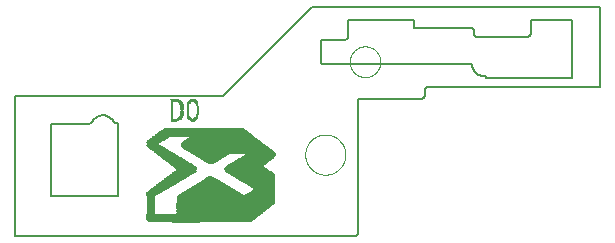
<source format=gto>
G75*
%MOIN*%
%OFA0B0*%
%FSLAX25Y25*%
%IPPOS*%
%LPD*%
%AMOC8*
5,1,8,0,0,1.08239X$1,22.5*
%
%ADD10C,0.00500*%
%ADD11C,0.00000*%
%ADD12R,0.09386X0.00031*%
%ADD13R,0.33764X0.00031*%
%ADD14R,0.34016X0.00031*%
%ADD15R,0.34142X0.00031*%
%ADD16R,0.34299X0.00031*%
%ADD17R,0.34425X0.00031*%
%ADD18R,0.34488X0.00031*%
%ADD19R,0.34583X0.00031*%
%ADD20R,0.34709X0.00031*%
%ADD21R,0.34772X0.00031*%
%ADD22R,0.34835X0.00031*%
%ADD23R,0.34929X0.00031*%
%ADD24R,0.34992X0.00031*%
%ADD25R,0.35055X0.00031*%
%ADD26R,0.35118X0.00031*%
%ADD27R,0.35213X0.00031*%
%ADD28R,0.35276X0.00031*%
%ADD29R,0.35307X0.00031*%
%ADD30R,0.35370X0.00031*%
%ADD31R,0.35465X0.00031*%
%ADD32R,0.35496X0.00031*%
%ADD33R,0.35559X0.00031*%
%ADD34R,0.35622X0.00031*%
%ADD35R,0.35654X0.00031*%
%ADD36R,0.35685X0.00031*%
%ADD37R,0.35748X0.00031*%
%ADD38R,0.35811X0.00031*%
%ADD39R,0.35843X0.00031*%
%ADD40R,0.35874X0.00031*%
%ADD41R,0.35937X0.00031*%
%ADD42R,0.35969X0.00031*%
%ADD43R,0.36000X0.00031*%
%ADD44R,0.36063X0.00031*%
%ADD45R,0.36126X0.00031*%
%ADD46R,0.36157X0.00031*%
%ADD47R,0.36189X0.00031*%
%ADD48R,0.36220X0.00031*%
%ADD49R,0.36283X0.00031*%
%ADD50R,0.36315X0.00031*%
%ADD51R,0.36346X0.00031*%
%ADD52R,0.36409X0.00031*%
%ADD53R,0.36441X0.00031*%
%ADD54R,0.36472X0.00031*%
%ADD55R,0.36504X0.00031*%
%ADD56R,0.36567X0.00031*%
%ADD57R,0.36598X0.00031*%
%ADD58R,0.36630X0.00031*%
%ADD59R,0.36661X0.00031*%
%ADD60R,0.36724X0.00031*%
%ADD61R,0.36756X0.00031*%
%ADD62R,0.36787X0.00031*%
%ADD63R,0.36850X0.00031*%
%ADD64R,0.36882X0.00031*%
%ADD65R,0.36913X0.00031*%
%ADD66R,0.36945X0.00031*%
%ADD67R,0.37008X0.00031*%
%ADD68R,0.37039X0.00031*%
%ADD69R,0.37071X0.00031*%
%ADD70R,0.37102X0.00031*%
%ADD71R,0.37165X0.00031*%
%ADD72R,0.37197X0.00031*%
%ADD73R,0.37228X0.00031*%
%ADD74R,0.37291X0.00031*%
%ADD75R,0.37323X0.00031*%
%ADD76R,0.37386X0.00031*%
%ADD77R,0.37417X0.00031*%
%ADD78R,0.37480X0.00031*%
%ADD79R,0.37512X0.00031*%
%ADD80R,0.37543X0.00031*%
%ADD81R,0.37606X0.00031*%
%ADD82R,0.37638X0.00031*%
%ADD83R,0.37669X0.00031*%
%ADD84R,0.37701X0.00031*%
%ADD85R,0.37764X0.00031*%
%ADD86R,0.37795X0.00031*%
%ADD87R,0.37827X0.00031*%
%ADD88R,0.37858X0.00031*%
%ADD89R,0.37921X0.00031*%
%ADD90R,0.37953X0.00031*%
%ADD91R,0.37984X0.00031*%
%ADD92R,0.38047X0.00031*%
%ADD93R,0.38079X0.00031*%
%ADD94R,0.38110X0.00031*%
%ADD95R,0.38142X0.00031*%
%ADD96R,0.38205X0.00031*%
%ADD97R,0.03024X0.00031*%
%ADD98R,0.28094X0.00031*%
%ADD99R,0.02992X0.00031*%
%ADD100R,0.28126X0.00031*%
%ADD101R,0.28189X0.00031*%
%ADD102R,0.28220X0.00031*%
%ADD103R,0.28252X0.00031*%
%ADD104R,0.28315X0.00031*%
%ADD105R,0.28346X0.00031*%
%ADD106R,0.28378X0.00031*%
%ADD107R,0.28409X0.00031*%
%ADD108R,0.28504X0.00031*%
%ADD109R,0.28535X0.00031*%
%ADD110R,0.28567X0.00031*%
%ADD111R,0.28598X0.00031*%
%ADD112R,0.28661X0.00031*%
%ADD113R,0.28693X0.00031*%
%ADD114R,0.28724X0.00031*%
%ADD115R,0.28787X0.00031*%
%ADD116R,0.28819X0.00031*%
%ADD117R,0.28850X0.00031*%
%ADD118R,0.28882X0.00031*%
%ADD119R,0.02961X0.00031*%
%ADD120R,0.28945X0.00031*%
%ADD121R,0.28976X0.00031*%
%ADD122R,0.29008X0.00031*%
%ADD123R,0.29039X0.00031*%
%ADD124R,0.29102X0.00031*%
%ADD125R,0.29134X0.00031*%
%ADD126R,0.29165X0.00031*%
%ADD127R,0.29197X0.00031*%
%ADD128R,0.29260X0.00031*%
%ADD129R,0.29291X0.00031*%
%ADD130R,0.29323X0.00031*%
%ADD131R,0.29386X0.00031*%
%ADD132R,0.29417X0.00031*%
%ADD133R,0.29449X0.00031*%
%ADD134R,0.29480X0.00031*%
%ADD135R,0.29543X0.00031*%
%ADD136R,0.29575X0.00031*%
%ADD137R,0.29606X0.00031*%
%ADD138R,0.29638X0.00031*%
%ADD139R,0.29701X0.00031*%
%ADD140R,0.29732X0.00031*%
%ADD141R,0.29764X0.00031*%
%ADD142R,0.29827X0.00031*%
%ADD143R,0.29858X0.00031*%
%ADD144R,0.29890X0.00031*%
%ADD145R,0.29921X0.00031*%
%ADD146R,0.29984X0.00031*%
%ADD147R,0.30016X0.00031*%
%ADD148R,0.30047X0.00031*%
%ADD149R,0.30079X0.00031*%
%ADD150R,0.30142X0.00031*%
%ADD151R,0.30173X0.00031*%
%ADD152R,0.30205X0.00031*%
%ADD153R,0.30236X0.00031*%
%ADD154R,0.30299X0.00031*%
%ADD155R,0.30331X0.00031*%
%ADD156R,0.02929X0.00031*%
%ADD157R,0.30394X0.00031*%
%ADD158R,0.30425X0.00031*%
%ADD159R,0.30488X0.00031*%
%ADD160R,0.30520X0.00031*%
%ADD161R,0.30551X0.00031*%
%ADD162R,0.30583X0.00031*%
%ADD163R,0.30646X0.00031*%
%ADD164R,0.30677X0.00031*%
%ADD165R,0.30709X0.00031*%
%ADD166R,0.02898X0.00031*%
%ADD167R,0.30740X0.00031*%
%ADD168R,0.30803X0.00031*%
%ADD169R,0.30835X0.00031*%
%ADD170R,0.30866X0.00031*%
%ADD171R,0.30898X0.00031*%
%ADD172R,0.30961X0.00031*%
%ADD173R,0.30992X0.00031*%
%ADD174R,0.31024X0.00031*%
%ADD175R,0.31055X0.00031*%
%ADD176R,0.31118X0.00031*%
%ADD177R,0.31150X0.00031*%
%ADD178R,0.31181X0.00031*%
%ADD179R,0.31213X0.00031*%
%ADD180R,0.31276X0.00031*%
%ADD181R,0.31307X0.00031*%
%ADD182R,0.31339X0.00031*%
%ADD183R,0.31370X0.00031*%
%ADD184R,0.31433X0.00031*%
%ADD185R,0.31465X0.00031*%
%ADD186R,0.31496X0.00031*%
%ADD187R,0.31528X0.00031*%
%ADD188R,0.31591X0.00031*%
%ADD189R,0.31622X0.00031*%
%ADD190R,0.31654X0.00031*%
%ADD191R,0.31685X0.00031*%
%ADD192R,0.31748X0.00031*%
%ADD193R,0.31780X0.00031*%
%ADD194R,0.31811X0.00031*%
%ADD195R,0.31843X0.00031*%
%ADD196R,0.31874X0.00031*%
%ADD197R,0.31937X0.00031*%
%ADD198R,0.31969X0.00031*%
%ADD199R,0.32000X0.00031*%
%ADD200R,0.32031X0.00031*%
%ADD201R,0.02866X0.00031*%
%ADD202R,0.32094X0.00031*%
%ADD203R,0.32126X0.00031*%
%ADD204R,0.32157X0.00031*%
%ADD205R,0.32189X0.00031*%
%ADD206R,0.32220X0.00031*%
%ADD207R,0.32315X0.00031*%
%ADD208R,0.32346X0.00031*%
%ADD209R,0.32378X0.00031*%
%ADD210R,0.32409X0.00031*%
%ADD211R,0.32441X0.00031*%
%ADD212R,0.32504X0.00031*%
%ADD213R,0.32535X0.00031*%
%ADD214R,0.32567X0.00031*%
%ADD215R,0.32598X0.00031*%
%ADD216R,0.32630X0.00031*%
%ADD217R,0.32661X0.00031*%
%ADD218R,0.32693X0.00031*%
%ADD219R,0.02835X0.00031*%
%ADD220R,0.02803X0.00031*%
%ADD221R,0.32472X0.00031*%
%ADD222R,0.32252X0.00031*%
%ADD223R,0.32063X0.00031*%
%ADD224R,0.03055X0.00031*%
%ADD225R,0.03118X0.00031*%
%ADD226R,0.21827X0.00031*%
%ADD227R,0.10047X0.00031*%
%ADD228R,0.03150X0.00031*%
%ADD229R,0.21638X0.00031*%
%ADD230R,0.09953X0.00031*%
%ADD231R,0.03213X0.00031*%
%ADD232R,0.21543X0.00031*%
%ADD233R,0.09890X0.00031*%
%ADD234R,0.03276X0.00031*%
%ADD235R,0.21386X0.00031*%
%ADD236R,0.09827X0.00031*%
%ADD237R,0.03307X0.00031*%
%ADD238R,0.21291X0.00031*%
%ADD239R,0.09764X0.00031*%
%ADD240R,0.03370X0.00031*%
%ADD241R,0.21165X0.00031*%
%ADD242R,0.09732X0.00031*%
%ADD243R,0.03433X0.00031*%
%ADD244R,0.21071X0.00031*%
%ADD245R,0.09669X0.00031*%
%ADD246R,0.03496X0.00031*%
%ADD247R,0.20976X0.00031*%
%ADD248R,0.09606X0.00031*%
%ADD249R,0.03528X0.00031*%
%ADD250R,0.20850X0.00031*%
%ADD251R,0.09543X0.00031*%
%ADD252R,0.03591X0.00031*%
%ADD253R,0.20787X0.00031*%
%ADD254R,0.09480X0.00031*%
%ADD255R,0.03654X0.00031*%
%ADD256R,0.20661X0.00031*%
%ADD257R,0.09449X0.00031*%
%ADD258R,0.03685X0.00031*%
%ADD259R,0.20567X0.00031*%
%ADD260R,0.03748X0.00031*%
%ADD261R,0.20472X0.00031*%
%ADD262R,0.09323X0.00031*%
%ADD263R,0.03811X0.00031*%
%ADD264R,0.20378X0.00031*%
%ADD265R,0.09260X0.00031*%
%ADD266R,0.03843X0.00031*%
%ADD267R,0.20252X0.00031*%
%ADD268R,0.09228X0.00031*%
%ADD269R,0.03874X0.00031*%
%ADD270R,0.20189X0.00031*%
%ADD271R,0.09165X0.00031*%
%ADD272R,0.03937X0.00031*%
%ADD273R,0.20063X0.00031*%
%ADD274R,0.09102X0.00031*%
%ADD275R,0.04000X0.00031*%
%ADD276R,0.20000X0.00031*%
%ADD277R,0.09071X0.00031*%
%ADD278R,0.04031X0.00031*%
%ADD279R,0.19874X0.00031*%
%ADD280R,0.09008X0.00031*%
%ADD281R,0.04094X0.00031*%
%ADD282R,0.19748X0.00031*%
%ADD283R,0.08945X0.00031*%
%ADD284R,0.04157X0.00031*%
%ADD285R,0.19685X0.00031*%
%ADD286R,0.08913X0.00031*%
%ADD287R,0.04220X0.00031*%
%ADD288R,0.19559X0.00031*%
%ADD289R,0.08850X0.00031*%
%ADD290R,0.04252X0.00031*%
%ADD291R,0.19465X0.00031*%
%ADD292R,0.08787X0.00031*%
%ADD293R,0.04315X0.00031*%
%ADD294R,0.19370X0.00031*%
%ADD295R,0.08756X0.00031*%
%ADD296R,0.04378X0.00031*%
%ADD297R,0.19276X0.00031*%
%ADD298R,0.08693X0.00031*%
%ADD299R,0.04409X0.00031*%
%ADD300R,0.19150X0.00031*%
%ADD301R,0.08630X0.00031*%
%ADD302R,0.04441X0.00031*%
%ADD303R,0.19055X0.00031*%
%ADD304R,0.08598X0.00031*%
%ADD305R,0.04504X0.00031*%
%ADD306R,0.18961X0.00031*%
%ADD307R,0.08535X0.00031*%
%ADD308R,0.04567X0.00031*%
%ADD309R,0.18835X0.00031*%
%ADD310R,0.08504X0.00031*%
%ADD311R,0.04598X0.00031*%
%ADD312R,0.18772X0.00031*%
%ADD313R,0.08441X0.00031*%
%ADD314R,0.04661X0.00031*%
%ADD315R,0.18646X0.00031*%
%ADD316R,0.08378X0.00031*%
%ADD317R,0.04693X0.00031*%
%ADD318R,0.18551X0.00031*%
%ADD319R,0.08346X0.00031*%
%ADD320R,0.18457X0.00031*%
%ADD321R,0.08283X0.00031*%
%ADD322R,0.18331X0.00031*%
%ADD323R,0.08252X0.00031*%
%ADD324R,0.04724X0.00031*%
%ADD325R,0.18236X0.00031*%
%ADD326R,0.08189X0.00031*%
%ADD327R,0.04756X0.00031*%
%ADD328R,0.18110X0.00031*%
%ADD329R,0.08126X0.00031*%
%ADD330R,0.18047X0.00031*%
%ADD331R,0.08094X0.00031*%
%ADD332R,0.17921X0.00031*%
%ADD333R,0.08031X0.00031*%
%ADD334R,0.04787X0.00031*%
%ADD335R,0.17827X0.00031*%
%ADD336R,0.08000X0.00031*%
%ADD337R,0.17732X0.00031*%
%ADD338R,0.07937X0.00031*%
%ADD339R,0.04819X0.00031*%
%ADD340R,0.17606X0.00031*%
%ADD341R,0.07906X0.00031*%
%ADD342R,0.17512X0.00031*%
%ADD343R,0.07843X0.00031*%
%ADD344R,0.04850X0.00031*%
%ADD345R,0.17417X0.00031*%
%ADD346R,0.07811X0.00031*%
%ADD347R,0.17323X0.00031*%
%ADD348R,0.07748X0.00031*%
%ADD349R,0.04882X0.00031*%
%ADD350R,0.17197X0.00031*%
%ADD351R,0.07717X0.00031*%
%ADD352R,0.17102X0.00031*%
%ADD353R,0.07654X0.00031*%
%ADD354R,0.17008X0.00031*%
%ADD355R,0.07622X0.00031*%
%ADD356R,0.04913X0.00031*%
%ADD357R,0.16882X0.00031*%
%ADD358R,0.07559X0.00031*%
%ADD359R,0.16819X0.00031*%
%ADD360R,0.07528X0.00031*%
%ADD361R,0.04945X0.00031*%
%ADD362R,0.16693X0.00031*%
%ADD363R,0.07465X0.00031*%
%ADD364R,0.16567X0.00031*%
%ADD365R,0.07433X0.00031*%
%ADD366R,0.16472X0.00031*%
%ADD367R,0.07370X0.00031*%
%ADD368R,0.04976X0.00031*%
%ADD369R,0.16378X0.00031*%
%ADD370R,0.07339X0.00031*%
%ADD371R,0.16283X0.00031*%
%ADD372R,0.07307X0.00031*%
%ADD373R,0.05008X0.00031*%
%ADD374R,0.16157X0.00031*%
%ADD375R,0.07244X0.00031*%
%ADD376R,0.16063X0.00031*%
%ADD377R,0.07213X0.00031*%
%ADD378R,0.05039X0.00031*%
%ADD379R,0.15969X0.00031*%
%ADD380R,0.07181X0.00031*%
%ADD381R,0.15843X0.00031*%
%ADD382R,0.07150X0.00031*%
%ADD383R,0.15780X0.00031*%
%ADD384R,0.07118X0.00031*%
%ADD385R,0.05071X0.00031*%
%ADD386R,0.15654X0.00031*%
%ADD387R,0.07087X0.00031*%
%ADD388R,0.15528X0.00031*%
%ADD389R,0.07055X0.00031*%
%ADD390R,0.15465X0.00031*%
%ADD391R,0.07024X0.00031*%
%ADD392R,0.05102X0.00031*%
%ADD393R,0.15339X0.00031*%
%ADD394R,0.06992X0.00031*%
%ADD395R,0.05134X0.00031*%
%ADD396R,0.15244X0.00031*%
%ADD397R,0.15118X0.00031*%
%ADD398R,0.06961X0.00031*%
%ADD399R,0.15024X0.00031*%
%ADD400R,0.05165X0.00031*%
%ADD401R,0.14929X0.00031*%
%ADD402R,0.14803X0.00031*%
%ADD403R,0.14740X0.00031*%
%ADD404R,0.05197X0.00031*%
%ADD405R,0.14614X0.00031*%
%ADD406R,0.14488X0.00031*%
%ADD407R,0.14425X0.00031*%
%ADD408R,0.05228X0.00031*%
%ADD409R,0.14299X0.00031*%
%ADD410R,0.14173X0.00031*%
%ADD411R,0.14110X0.00031*%
%ADD412R,0.05260X0.00031*%
%ADD413R,0.13984X0.00031*%
%ADD414R,0.13890X0.00031*%
%ADD415R,0.05291X0.00031*%
%ADD416R,0.13764X0.00031*%
%ADD417R,0.13669X0.00031*%
%ADD418R,0.13575X0.00031*%
%ADD419R,0.05323X0.00031*%
%ADD420R,0.13449X0.00031*%
%ADD421R,0.13386X0.00031*%
%ADD422R,0.13260X0.00031*%
%ADD423R,0.07402X0.00031*%
%ADD424R,0.05354X0.00031*%
%ADD425R,0.13134X0.00031*%
%ADD426R,0.05386X0.00031*%
%ADD427R,0.13071X0.00031*%
%ADD428R,0.07496X0.00031*%
%ADD429R,0.12945X0.00031*%
%ADD430R,0.12850X0.00031*%
%ADD431R,0.07591X0.00031*%
%ADD432R,0.05417X0.00031*%
%ADD433R,0.12756X0.00031*%
%ADD434R,0.12630X0.00031*%
%ADD435R,0.12535X0.00031*%
%ADD436R,0.05449X0.00031*%
%ADD437R,0.12409X0.00031*%
%ADD438R,0.12346X0.00031*%
%ADD439R,0.07874X0.00031*%
%ADD440R,0.12220X0.00031*%
%ADD441R,0.05480X0.00031*%
%ADD442R,0.12094X0.00031*%
%ADD443R,0.07969X0.00031*%
%ADD444R,0.12031X0.00031*%
%ADD445R,0.11906X0.00031*%
%ADD446R,0.08063X0.00031*%
%ADD447R,0.05512X0.00031*%
%ADD448R,0.11780X0.00031*%
%ADD449R,0.11717X0.00031*%
%ADD450R,0.05543X0.00031*%
%ADD451R,0.11591X0.00031*%
%ADD452R,0.08220X0.00031*%
%ADD453R,0.11496X0.00031*%
%ADD454R,0.11402X0.00031*%
%ADD455R,0.05575X0.00031*%
%ADD456R,0.11276X0.00031*%
%ADD457R,0.11181X0.00031*%
%ADD458R,0.11055X0.00031*%
%ADD459R,0.05606X0.00031*%
%ADD460R,0.10961X0.00031*%
%ADD461R,0.05638X0.00031*%
%ADD462R,0.10866X0.00031*%
%ADD463R,0.10740X0.00031*%
%ADD464R,0.08661X0.00031*%
%ADD465R,0.10677X0.00031*%
%ADD466R,0.05669X0.00031*%
%ADD467R,0.10551X0.00031*%
%ADD468R,0.10425X0.00031*%
%ADD469R,0.08819X0.00031*%
%ADD470R,0.10331X0.00031*%
%ADD471R,0.05701X0.00031*%
%ADD472R,0.10236X0.00031*%
%ADD473R,0.10142X0.00031*%
%ADD474R,0.08976X0.00031*%
%ADD475R,0.10016X0.00031*%
%ADD476R,0.05732X0.00031*%
%ADD477R,0.09921X0.00031*%
%ADD478R,0.09134X0.00031*%
%ADD479R,0.09701X0.00031*%
%ADD480R,0.05764X0.00031*%
%ADD481R,0.09512X0.00031*%
%ADD482R,0.09291X0.00031*%
%ADD483R,0.05795X0.00031*%
%ADD484R,0.09354X0.00031*%
%ADD485R,0.09197X0.00031*%
%ADD486R,0.05827X0.00031*%
%ADD487R,0.08882X0.00031*%
%ADD488R,0.05858X0.00031*%
%ADD489R,0.05890X0.00031*%
%ADD490R,0.08472X0.00031*%
%ADD491R,0.09858X0.00031*%
%ADD492R,0.05921X0.00031*%
%ADD493R,0.08157X0.00031*%
%ADD494R,0.09984X0.00031*%
%ADD495R,0.05953X0.00031*%
%ADD496R,0.10079X0.00031*%
%ADD497R,0.10205X0.00031*%
%ADD498R,0.05984X0.00031*%
%ADD499R,0.10299X0.00031*%
%ADD500R,0.10362X0.00031*%
%ADD501R,0.06016X0.00031*%
%ADD502R,0.10457X0.00031*%
%ADD503R,0.10520X0.00031*%
%ADD504R,0.06047X0.00031*%
%ADD505R,0.10583X0.00031*%
%ADD506R,0.06866X0.00031*%
%ADD507R,0.10614X0.00031*%
%ADD508R,0.06740X0.00031*%
%ADD509R,0.06079X0.00031*%
%ADD510R,0.06677X0.00031*%
%ADD511R,0.06551X0.00031*%
%ADD512R,0.10803X0.00031*%
%ADD513R,0.06457X0.00031*%
%ADD514R,0.10835X0.00031*%
%ADD515R,0.06110X0.00031*%
%ADD516R,0.06362X0.00031*%
%ADD517R,0.10898X0.00031*%
%ADD518R,0.06236X0.00031*%
%ADD519R,0.06142X0.00031*%
%ADD520R,0.10992X0.00031*%
%ADD521R,0.11118X0.00031*%
%ADD522R,0.06173X0.00031*%
%ADD523R,0.11213X0.00031*%
%ADD524R,0.06205X0.00031*%
%ADD525R,0.11339X0.00031*%
%ADD526R,0.11370X0.00031*%
%ADD527R,0.11433X0.00031*%
%ADD528R,0.11559X0.00031*%
%ADD529R,0.06268X0.00031*%
%ADD530R,0.11654X0.00031*%
%ADD531R,0.11748X0.00031*%
%ADD532R,0.06299X0.00031*%
%ADD533R,0.04535X0.00031*%
%ADD534R,0.11811X0.00031*%
%ADD535R,0.11874X0.00031*%
%ADD536R,0.06331X0.00031*%
%ADD537R,0.04346X0.00031*%
%ADD538R,0.11937X0.00031*%
%ADD539R,0.11969X0.00031*%
%ADD540R,0.03906X0.00031*%
%ADD541R,0.12126X0.00031*%
%ADD542R,0.12189X0.00031*%
%ADD543R,0.06394X0.00031*%
%ADD544R,0.03717X0.00031*%
%ADD545R,0.12252X0.00031*%
%ADD546R,0.12315X0.00031*%
%ADD547R,0.06425X0.00031*%
%ADD548R,0.12378X0.00031*%
%ADD549R,0.12441X0.00031*%
%ADD550R,0.03181X0.00031*%
%ADD551R,0.12504X0.00031*%
%ADD552R,0.12598X0.00031*%
%ADD553R,0.12661X0.00031*%
%ADD554R,0.06488X0.00031*%
%ADD555R,0.02740X0.00031*%
%ADD556R,0.12693X0.00031*%
%ADD557R,0.02614X0.00031*%
%ADD558R,0.02520X0.00031*%
%ADD559R,0.12819X0.00031*%
%ADD560R,0.06520X0.00031*%
%ADD561R,0.02425X0.00031*%
%ADD562R,0.12882X0.00031*%
%ADD563R,0.02299X0.00031*%
%ADD564R,0.12913X0.00031*%
%ADD565R,0.02205X0.00031*%
%ADD566R,0.12976X0.00031*%
%ADD567R,0.02079X0.00031*%
%ADD568R,0.13039X0.00031*%
%ADD569R,0.01953X0.00031*%
%ADD570R,0.06583X0.00031*%
%ADD571R,0.01827X0.00031*%
%ADD572R,0.01732X0.00031*%
%ADD573R,0.13197X0.00031*%
%ADD574R,0.01606X0.00031*%
%ADD575R,0.06614X0.00031*%
%ADD576R,0.01449X0.00031*%
%ADD577R,0.13291X0.00031*%
%ADD578R,0.01323X0.00031*%
%ADD579R,0.13354X0.00031*%
%ADD580R,0.01134X0.00031*%
%ADD581R,0.13417X0.00031*%
%ADD582R,0.06646X0.00031*%
%ADD583R,0.00913X0.00031*%
%ADD584R,0.00661X0.00031*%
%ADD585R,0.13512X0.00031*%
%ADD586R,0.00283X0.00031*%
%ADD587R,0.13638X0.00031*%
%ADD588R,0.13732X0.00031*%
%ADD589R,0.06709X0.00031*%
%ADD590R,0.13795X0.00031*%
%ADD591R,0.13827X0.00031*%
%ADD592R,0.13953X0.00031*%
%ADD593R,0.14016X0.00031*%
%ADD594R,0.14047X0.00031*%
%ADD595R,0.06772X0.00031*%
%ADD596R,0.14205X0.00031*%
%ADD597R,0.06803X0.00031*%
%ADD598R,0.14268X0.00031*%
%ADD599R,0.14331X0.00031*%
%ADD600R,0.14394X0.00031*%
%ADD601R,0.06835X0.00031*%
%ADD602R,0.14551X0.00031*%
%ADD603R,0.14583X0.00031*%
%ADD604R,0.14677X0.00031*%
%ADD605R,0.06898X0.00031*%
%ADD606R,0.14709X0.00031*%
%ADD607R,0.14772X0.00031*%
%ADD608R,0.06929X0.00031*%
%ADD609R,0.14835X0.00031*%
%ADD610R,0.14866X0.00031*%
%ADD611R,0.14898X0.00031*%
%ADD612R,0.14961X0.00031*%
%ADD613R,0.14992X0.00031*%
%ADD614R,0.15055X0.00031*%
%ADD615R,0.14520X0.00031*%
%ADD616R,0.14457X0.00031*%
%ADD617R,0.14362X0.00031*%
%ADD618R,0.14236X0.00031*%
%ADD619R,0.14142X0.00031*%
%ADD620R,0.13606X0.00031*%
%ADD621R,0.13543X0.00031*%
%ADD622R,0.13480X0.00031*%
%ADD623R,0.13165X0.00031*%
%ADD624R,0.07276X0.00031*%
%ADD625R,0.12787X0.00031*%
%ADD626R,0.12724X0.00031*%
%ADD627R,0.12567X0.00031*%
%ADD628R,0.12283X0.00031*%
%ADD629R,0.12157X0.00031*%
%ADD630R,0.12063X0.00031*%
%ADD631R,0.12000X0.00031*%
%ADD632R,0.11843X0.00031*%
%ADD633R,0.00945X0.00031*%
%ADD634R,0.01165X0.00031*%
%ADD635R,0.01354X0.00031*%
%ADD636R,0.01512X0.00031*%
%ADD637R,0.11685X0.00031*%
%ADD638R,0.01638X0.00031*%
%ADD639R,0.01764X0.00031*%
%ADD640R,0.01890X0.00031*%
%ADD641R,0.01984X0.00031*%
%ADD642R,0.02110X0.00031*%
%ADD643R,0.11622X0.00031*%
%ADD644R,0.02394X0.00031*%
%ADD645R,0.02488X0.00031*%
%ADD646R,0.02551X0.00031*%
%ADD647R,0.02646X0.00031*%
%ADD648R,0.02772X0.00031*%
%ADD649R,0.11528X0.00031*%
%ADD650R,0.03087X0.00031*%
%ADD651R,0.11465X0.00031*%
%ADD652R,0.03622X0.00031*%
%ADD653R,0.04126X0.00031*%
%ADD654R,0.11307X0.00031*%
%ADD655R,0.11244X0.00031*%
%ADD656R,0.11150X0.00031*%
%ADD657R,0.11087X0.00031*%
%ADD658R,0.11024X0.00031*%
%ADD659R,0.10929X0.00031*%
%ADD660R,0.10772X0.00031*%
%ADD661R,0.10709X0.00031*%
%ADD662R,0.09417X0.00031*%
%ADD663R,0.10646X0.00031*%
%ADD664R,0.10488X0.00031*%
%ADD665R,0.10173X0.00031*%
%ADD666R,0.10268X0.00031*%
%ADD667R,0.12472X0.00031*%
%ADD668R,0.16189X0.00031*%
%ADD669R,0.27717X0.00031*%
%ADD670R,0.27780X0.00031*%
%ADD671R,0.27843X0.00031*%
%ADD672R,0.27874X0.00031*%
%ADD673R,0.27937X0.00031*%
%ADD674R,0.27969X0.00031*%
%ADD675R,0.28000X0.00031*%
%ADD676R,0.28031X0.00031*%
%ADD677R,0.28063X0.00031*%
%ADD678R,0.28157X0.00031*%
%ADD679R,0.28283X0.00031*%
%ADD680R,0.28441X0.00031*%
%ADD681R,0.28472X0.00031*%
%ADD682R,0.28630X0.00031*%
%ADD683R,0.04630X0.00031*%
%ADD684R,0.04472X0.00031*%
%ADD685R,0.27906X0.00031*%
%ADD686R,0.04283X0.00031*%
%ADD687R,0.04189X0.00031*%
%ADD688R,0.27748X0.00031*%
%ADD689R,0.27622X0.00031*%
%ADD690R,0.27591X0.00031*%
%ADD691R,0.27559X0.00031*%
%ADD692R,0.03969X0.00031*%
%ADD693R,0.27465X0.00031*%
%ADD694R,0.27433X0.00031*%
%ADD695R,0.27402X0.00031*%
%ADD696R,0.27307X0.00031*%
%ADD697R,0.27276X0.00031*%
%ADD698R,0.27244X0.00031*%
%ADD699R,0.27150X0.00031*%
%ADD700R,0.27118X0.00031*%
%ADD701R,0.04063X0.00031*%
%ADD702R,0.27055X0.00031*%
%ADD703R,0.26992X0.00031*%
%ADD704R,0.26929X0.00031*%
%ADD705R,0.26898X0.00031*%
%ADD706R,0.26803X0.00031*%
%ADD707R,0.26772X0.00031*%
%ADD708R,0.26677X0.00031*%
%ADD709R,0.26614X0.00031*%
%ADD710R,0.26583X0.00031*%
%ADD711R,0.26488X0.00031*%
%ADD712R,0.26425X0.00031*%
%ADD713R,0.26394X0.00031*%
%ADD714R,0.26299X0.00031*%
%ADD715R,0.26236X0.00031*%
%ADD716R,0.26142X0.00031*%
%ADD717R,0.26047X0.00031*%
%ADD718R,0.25953X0.00031*%
%ADD719R,0.25890X0.00031*%
%ADD720R,0.25764X0.00031*%
%ADD721R,0.25701X0.00031*%
%ADD722R,0.25606X0.00031*%
%ADD723R,0.25512X0.00031*%
%ADD724R,0.25417X0.00031*%
%ADD725R,0.25354X0.00031*%
%ADD726R,0.25228X0.00031*%
%ADD727R,0.25134X0.00031*%
%ADD728R,0.25071X0.00031*%
%ADD729R,0.24945X0.00031*%
%ADD730R,0.24882X0.00031*%
%ADD731R,0.24787X0.00031*%
%ADD732R,0.24661X0.00031*%
%ADD733R,0.24598X0.00031*%
%ADD734R,0.24504X0.00031*%
%ADD735R,0.24378X0.00031*%
%ADD736R,0.24315X0.00031*%
%ADD737R,0.24220X0.00031*%
%ADD738R,0.24094X0.00031*%
%ADD739R,0.24031X0.00031*%
%ADD740R,0.23937X0.00031*%
%ADD741R,0.23811X0.00031*%
%ADD742R,0.23748X0.00031*%
%ADD743R,0.23654X0.00031*%
%ADD744R,0.23528X0.00031*%
%ADD745R,0.23465X0.00031*%
%ADD746R,0.23339X0.00031*%
%ADD747R,0.23244X0.00031*%
%ADD748R,0.23181X0.00031*%
%ADD749R,0.23055X0.00031*%
%ADD750R,0.22961X0.00031*%
%ADD751R,0.22898X0.00031*%
%ADD752R,0.22772X0.00031*%
%ADD753R,0.22677X0.00031*%
%ADD754R,0.22614X0.00031*%
%ADD755R,0.22488X0.00031*%
%ADD756R,0.22394X0.00031*%
%ADD757R,0.22331X0.00031*%
%ADD758R,0.22205X0.00031*%
%ADD759R,0.22110X0.00031*%
%ADD760R,0.22047X0.00031*%
%ADD761R,0.21921X0.00031*%
%ADD762R,0.21858X0.00031*%
%ADD763R,0.21764X0.00031*%
%ADD764R,0.21575X0.00031*%
%ADD765R,0.21480X0.00031*%
%ADD766R,0.21228X0.00031*%
%ADD767R,0.21134X0.00031*%
%ADD768R,0.21102X0.00031*%
%ADD769R,0.21039X0.00031*%
%ADD770R,0.21008X0.00031*%
%ADD771R,0.32945X0.00031*%
%ADD772R,0.32819X0.00031*%
%ADD773R,0.32756X0.00031*%
%ADD774R,0.31402X0.00031*%
%ADD775R,0.31244X0.00031*%
%ADD776R,0.29795X0.00031*%
%ADD777R,0.27654X0.00031*%
%ADD778R,0.27496X0.00031*%
%ADD779R,0.27339X0.00031*%
%ADD780R,0.26961X0.00031*%
%ADD781R,0.26709X0.00031*%
%ADD782R,0.26551X0.00031*%
%ADD783R,0.26362X0.00031*%
%ADD784R,0.26268X0.00031*%
%ADD785R,0.26173X0.00031*%
%ADD786R,0.26110X0.00031*%
%ADD787R,0.26016X0.00031*%
%ADD788R,0.25921X0.00031*%
%ADD789R,0.25827X0.00031*%
%ADD790R,0.25732X0.00031*%
%ADD791R,0.00472X0.00031*%
%ADD792R,0.00567X0.00031*%
%ADD793R,0.01921X0.00031*%
%ADD794R,0.00882X0.00031*%
%ADD795R,0.02142X0.00031*%
%ADD796R,0.01071X0.00031*%
%ADD797R,0.01228X0.00031*%
%ADD798R,0.01386X0.00031*%
%ADD799R,0.02583X0.00031*%
%ADD800R,0.01701X0.00031*%
%ADD801R,0.02709X0.00031*%
%ADD802R,0.02016X0.00031*%
%ADD803R,0.02173X0.00031*%
%ADD804R,0.02236X0.00031*%
%ADD805R,0.02362X0.00031*%
%ADD806R,0.03244X0.00031*%
%ADD807R,0.02677X0.00031*%
%ADD808R,0.01858X0.00031*%
%ADD809R,0.01291X0.00031*%
%ADD810R,0.01260X0.00031*%
%ADD811R,0.01543X0.00031*%
%ADD812R,0.01102X0.00031*%
%ADD813R,0.01480X0.00031*%
%ADD814R,0.01417X0.00031*%
%ADD815R,0.01039X0.00031*%
%ADD816R,0.01008X0.00031*%
%ADD817R,0.01197X0.00031*%
%ADD818R,0.00976X0.00031*%
%ADD819R,0.01795X0.00031*%
%ADD820R,0.02047X0.00031*%
%ADD821R,0.01669X0.00031*%
%ADD822R,0.01575X0.00031*%
%ADD823R,0.00724X0.00031*%
%ADD824R,0.00094X0.00031*%
D10*
X0042959Y0002747D02*
X0042959Y0049692D01*
X0112113Y0049692D01*
X0141821Y0079399D01*
X0237843Y0079399D01*
X0237843Y0052623D01*
X0180234Y0052623D01*
X0180178Y0052621D01*
X0180123Y0052615D01*
X0180068Y0052605D01*
X0180013Y0052591D01*
X0179960Y0052574D01*
X0179909Y0052552D01*
X0179859Y0052527D01*
X0179811Y0052499D01*
X0179765Y0052467D01*
X0179721Y0052432D01*
X0179680Y0052394D01*
X0179642Y0052353D01*
X0179607Y0052309D01*
X0179575Y0052263D01*
X0179547Y0052215D01*
X0179522Y0052165D01*
X0179500Y0052114D01*
X0179483Y0052061D01*
X0179469Y0052006D01*
X0179459Y0051951D01*
X0179453Y0051896D01*
X0179451Y0051840D01*
X0179451Y0049948D01*
X0179449Y0049878D01*
X0179443Y0049809D01*
X0179434Y0049739D01*
X0179421Y0049671D01*
X0179404Y0049603D01*
X0179383Y0049536D01*
X0179359Y0049471D01*
X0179332Y0049406D01*
X0179301Y0049344D01*
X0179266Y0049283D01*
X0179229Y0049224D01*
X0179188Y0049167D01*
X0179144Y0049113D01*
X0179098Y0049061D01*
X0179048Y0049011D01*
X0178996Y0048965D01*
X0178942Y0048921D01*
X0178885Y0048880D01*
X0178826Y0048843D01*
X0178765Y0048808D01*
X0178703Y0048777D01*
X0178638Y0048750D01*
X0178573Y0048726D01*
X0178506Y0048705D01*
X0178438Y0048688D01*
X0178370Y0048675D01*
X0178300Y0048666D01*
X0178231Y0048660D01*
X0178161Y0048658D01*
X0157132Y0048658D01*
X0157132Y0004322D01*
X0157130Y0004245D01*
X0157124Y0004168D01*
X0157115Y0004091D01*
X0157102Y0004015D01*
X0157085Y0003939D01*
X0157064Y0003865D01*
X0157040Y0003791D01*
X0157012Y0003719D01*
X0156981Y0003649D01*
X0156946Y0003580D01*
X0156908Y0003512D01*
X0156867Y0003447D01*
X0156822Y0003384D01*
X0156774Y0003323D01*
X0156724Y0003264D01*
X0156671Y0003208D01*
X0156615Y0003155D01*
X0156556Y0003105D01*
X0156495Y0003057D01*
X0156432Y0003012D01*
X0156367Y0002971D01*
X0156299Y0002933D01*
X0156230Y0002898D01*
X0156160Y0002867D01*
X0156088Y0002839D01*
X0156014Y0002815D01*
X0155940Y0002794D01*
X0155864Y0002777D01*
X0155788Y0002764D01*
X0155711Y0002755D01*
X0155634Y0002749D01*
X0155557Y0002747D01*
X0042959Y0002747D01*
X0054770Y0016330D02*
X0054770Y0040240D01*
X0067642Y0040240D01*
X0068062Y0040500D01*
X0068362Y0040959D01*
X0068661Y0041339D01*
X0068921Y0041599D01*
X0069221Y0041899D01*
X0069521Y0042098D01*
X0069902Y0042327D01*
X0070213Y0042506D01*
X0070642Y0042737D01*
X0070981Y0042908D01*
X0071280Y0043049D01*
X0071689Y0043178D01*
X0071999Y0043198D01*
X0072359Y0043178D01*
X0072619Y0043138D01*
X0072859Y0043078D01*
X0073198Y0042978D01*
X0073618Y0042818D01*
X0073938Y0042718D01*
X0074298Y0042538D01*
X0074638Y0042298D01*
X0074917Y0042038D01*
X0075217Y0041759D01*
X0075397Y0041479D01*
X0075517Y0041339D01*
X0075717Y0040999D01*
X0076029Y0040542D01*
X0077211Y0040542D01*
X0077211Y0016330D01*
X0054770Y0016330D01*
X0145604Y0060222D02*
X0194639Y0060222D01*
X0194642Y0060225D01*
X0194940Y0060224D01*
X0195191Y0060220D01*
X0195193Y0060094D01*
X0195199Y0059969D01*
X0195209Y0059843D01*
X0195223Y0059719D01*
X0195240Y0059594D01*
X0195262Y0059470D01*
X0195287Y0059347D01*
X0195317Y0059225D01*
X0195350Y0059104D01*
X0195387Y0058984D01*
X0195428Y0058865D01*
X0195472Y0058747D01*
X0195520Y0058631D01*
X0195572Y0058516D01*
X0195627Y0058404D01*
X0195686Y0058293D01*
X0195748Y0058183D01*
X0195814Y0058076D01*
X0195883Y0057971D01*
X0195955Y0057868D01*
X0196031Y0057768D01*
X0196109Y0057670D01*
X0196191Y0057574D01*
X0196275Y0057481D01*
X0196363Y0057391D01*
X0196453Y0057303D01*
X0196546Y0057219D01*
X0196642Y0057137D01*
X0196740Y0057059D01*
X0196840Y0056983D01*
X0196943Y0056911D01*
X0197048Y0056842D01*
X0197155Y0056776D01*
X0197265Y0056714D01*
X0197376Y0056655D01*
X0197488Y0056600D01*
X0197603Y0056548D01*
X0197719Y0056500D01*
X0197837Y0056456D01*
X0197956Y0056415D01*
X0198076Y0056378D01*
X0198197Y0056345D01*
X0198319Y0056315D01*
X0198442Y0056290D01*
X0198566Y0056268D01*
X0198691Y0056251D01*
X0198815Y0056237D01*
X0198941Y0056227D01*
X0199066Y0056221D01*
X0199192Y0056219D01*
X0199712Y0056219D01*
X0199712Y0055420D01*
X0227793Y0055420D01*
X0227845Y0055422D01*
X0227897Y0055428D01*
X0227948Y0055437D01*
X0227998Y0055451D01*
X0228047Y0055468D01*
X0228095Y0055489D01*
X0228141Y0055513D01*
X0228185Y0055541D01*
X0228226Y0055572D01*
X0228266Y0055606D01*
X0228302Y0055642D01*
X0228336Y0055682D01*
X0228367Y0055723D01*
X0228395Y0055768D01*
X0228419Y0055813D01*
X0228440Y0055861D01*
X0228457Y0055910D01*
X0228471Y0055960D01*
X0228480Y0056011D01*
X0228486Y0056063D01*
X0228488Y0056115D01*
X0228489Y0056115D02*
X0228489Y0075053D01*
X0228342Y0075053D01*
X0214668Y0075053D01*
X0214668Y0070491D01*
X0214666Y0070425D01*
X0214660Y0070360D01*
X0214651Y0070295D01*
X0214638Y0070231D01*
X0214621Y0070168D01*
X0214600Y0070106D01*
X0214576Y0070045D01*
X0214548Y0069985D01*
X0214517Y0069928D01*
X0214483Y0069872D01*
X0214445Y0069818D01*
X0214404Y0069767D01*
X0214361Y0069718D01*
X0214314Y0069671D01*
X0214265Y0069628D01*
X0214214Y0069587D01*
X0214160Y0069549D01*
X0214105Y0069515D01*
X0214047Y0069484D01*
X0213987Y0069456D01*
X0213926Y0069432D01*
X0213864Y0069411D01*
X0213801Y0069394D01*
X0213737Y0069381D01*
X0213672Y0069372D01*
X0213607Y0069366D01*
X0213541Y0069364D01*
X0196794Y0069364D01*
X0196731Y0069366D01*
X0196669Y0069371D01*
X0196607Y0069380D01*
X0196546Y0069393D01*
X0196485Y0069409D01*
X0196426Y0069429D01*
X0196367Y0069452D01*
X0196311Y0069479D01*
X0196256Y0069508D01*
X0196202Y0069541D01*
X0196151Y0069577D01*
X0196102Y0069616D01*
X0196055Y0069658D01*
X0196011Y0069702D01*
X0195969Y0069749D01*
X0195930Y0069798D01*
X0195894Y0069849D01*
X0195861Y0069903D01*
X0195832Y0069958D01*
X0195805Y0070014D01*
X0195782Y0070073D01*
X0195762Y0070132D01*
X0195746Y0070193D01*
X0195733Y0070254D01*
X0195724Y0070316D01*
X0195719Y0070378D01*
X0195717Y0070441D01*
X0195717Y0071468D01*
X0195715Y0071522D01*
X0195709Y0071577D01*
X0195700Y0071630D01*
X0195686Y0071683D01*
X0195669Y0071735D01*
X0195648Y0071785D01*
X0195624Y0071834D01*
X0195596Y0071881D01*
X0195565Y0071925D01*
X0195531Y0071968D01*
X0195494Y0072008D01*
X0195454Y0072045D01*
X0195411Y0072079D01*
X0195367Y0072110D01*
X0195320Y0072138D01*
X0195271Y0072162D01*
X0195221Y0072183D01*
X0195169Y0072200D01*
X0195116Y0072214D01*
X0195063Y0072223D01*
X0195008Y0072229D01*
X0194954Y0072231D01*
X0175727Y0072231D01*
X0175727Y0074918D01*
X0153779Y0074918D01*
X0153779Y0069576D01*
X0153777Y0069506D01*
X0153771Y0069436D01*
X0153762Y0069366D01*
X0153749Y0069298D01*
X0153732Y0069230D01*
X0153711Y0069163D01*
X0153687Y0069097D01*
X0153659Y0069032D01*
X0153628Y0068969D01*
X0153594Y0068908D01*
X0153556Y0068849D01*
X0153515Y0068792D01*
X0153471Y0068738D01*
X0153424Y0068685D01*
X0153375Y0068636D01*
X0153322Y0068589D01*
X0153268Y0068545D01*
X0153211Y0068504D01*
X0153152Y0068466D01*
X0153091Y0068432D01*
X0153028Y0068401D01*
X0152963Y0068373D01*
X0152897Y0068349D01*
X0152830Y0068328D01*
X0152762Y0068311D01*
X0152694Y0068298D01*
X0152624Y0068289D01*
X0152554Y0068283D01*
X0152484Y0068281D01*
X0144856Y0068281D01*
X0144856Y0060971D01*
X0144858Y0060918D01*
X0144864Y0060865D01*
X0144873Y0060812D01*
X0144886Y0060760D01*
X0144903Y0060710D01*
X0144924Y0060660D01*
X0144947Y0060613D01*
X0144975Y0060567D01*
X0145005Y0060523D01*
X0145039Y0060481D01*
X0145075Y0060442D01*
X0145114Y0060406D01*
X0145156Y0060372D01*
X0145200Y0060342D01*
X0145246Y0060314D01*
X0145293Y0060291D01*
X0145343Y0060270D01*
X0145393Y0060253D01*
X0145445Y0060240D01*
X0145498Y0060231D01*
X0145551Y0060225D01*
X0145604Y0060223D01*
D11*
X0154387Y0060986D02*
X0154389Y0061129D01*
X0154395Y0061272D01*
X0154405Y0061414D01*
X0154419Y0061556D01*
X0154437Y0061698D01*
X0154459Y0061840D01*
X0154484Y0061980D01*
X0154514Y0062120D01*
X0154548Y0062259D01*
X0154585Y0062397D01*
X0154627Y0062534D01*
X0154672Y0062669D01*
X0154721Y0062803D01*
X0154773Y0062936D01*
X0154829Y0063068D01*
X0154889Y0063197D01*
X0154953Y0063325D01*
X0155020Y0063452D01*
X0155091Y0063576D01*
X0155165Y0063698D01*
X0155242Y0063818D01*
X0155323Y0063936D01*
X0155407Y0064052D01*
X0155494Y0064165D01*
X0155584Y0064276D01*
X0155678Y0064384D01*
X0155774Y0064490D01*
X0155873Y0064592D01*
X0155976Y0064692D01*
X0156080Y0064789D01*
X0156188Y0064884D01*
X0156298Y0064975D01*
X0156411Y0065063D01*
X0156526Y0065147D01*
X0156643Y0065229D01*
X0156763Y0065307D01*
X0156884Y0065382D01*
X0157008Y0065454D01*
X0157134Y0065522D01*
X0157261Y0065586D01*
X0157391Y0065647D01*
X0157522Y0065704D01*
X0157654Y0065758D01*
X0157788Y0065807D01*
X0157923Y0065854D01*
X0158060Y0065896D01*
X0158198Y0065934D01*
X0158336Y0065969D01*
X0158476Y0065999D01*
X0158616Y0066026D01*
X0158757Y0066049D01*
X0158899Y0066068D01*
X0159041Y0066083D01*
X0159184Y0066094D01*
X0159326Y0066101D01*
X0159469Y0066104D01*
X0159612Y0066103D01*
X0159755Y0066098D01*
X0159898Y0066089D01*
X0160040Y0066076D01*
X0160182Y0066059D01*
X0160323Y0066038D01*
X0160464Y0066013D01*
X0160604Y0065985D01*
X0160743Y0065952D01*
X0160881Y0065915D01*
X0161018Y0065875D01*
X0161154Y0065831D01*
X0161289Y0065783D01*
X0161422Y0065731D01*
X0161554Y0065676D01*
X0161684Y0065617D01*
X0161813Y0065554D01*
X0161939Y0065488D01*
X0162064Y0065418D01*
X0162187Y0065345D01*
X0162307Y0065269D01*
X0162426Y0065189D01*
X0162542Y0065105D01*
X0162656Y0065019D01*
X0162767Y0064929D01*
X0162876Y0064837D01*
X0162982Y0064741D01*
X0163086Y0064643D01*
X0163187Y0064541D01*
X0163284Y0064437D01*
X0163379Y0064330D01*
X0163471Y0064221D01*
X0163560Y0064109D01*
X0163646Y0063994D01*
X0163728Y0063878D01*
X0163807Y0063758D01*
X0163883Y0063637D01*
X0163955Y0063514D01*
X0164024Y0063389D01*
X0164089Y0063262D01*
X0164151Y0063133D01*
X0164209Y0063002D01*
X0164264Y0062870D01*
X0164314Y0062736D01*
X0164361Y0062601D01*
X0164405Y0062465D01*
X0164444Y0062328D01*
X0164479Y0062189D01*
X0164511Y0062050D01*
X0164539Y0061910D01*
X0164563Y0061769D01*
X0164583Y0061627D01*
X0164599Y0061485D01*
X0164611Y0061343D01*
X0164619Y0061200D01*
X0164623Y0061057D01*
X0164623Y0060915D01*
X0164619Y0060772D01*
X0164611Y0060629D01*
X0164599Y0060487D01*
X0164583Y0060345D01*
X0164563Y0060203D01*
X0164539Y0060062D01*
X0164511Y0059922D01*
X0164479Y0059783D01*
X0164444Y0059644D01*
X0164405Y0059507D01*
X0164361Y0059371D01*
X0164314Y0059236D01*
X0164264Y0059102D01*
X0164209Y0058970D01*
X0164151Y0058839D01*
X0164089Y0058710D01*
X0164024Y0058583D01*
X0163955Y0058458D01*
X0163883Y0058335D01*
X0163807Y0058214D01*
X0163728Y0058094D01*
X0163646Y0057978D01*
X0163560Y0057863D01*
X0163471Y0057751D01*
X0163379Y0057642D01*
X0163284Y0057535D01*
X0163187Y0057431D01*
X0163086Y0057329D01*
X0162982Y0057231D01*
X0162876Y0057135D01*
X0162767Y0057043D01*
X0162656Y0056953D01*
X0162542Y0056867D01*
X0162426Y0056783D01*
X0162307Y0056703D01*
X0162187Y0056627D01*
X0162064Y0056554D01*
X0161939Y0056484D01*
X0161813Y0056418D01*
X0161684Y0056355D01*
X0161554Y0056296D01*
X0161422Y0056241D01*
X0161289Y0056189D01*
X0161154Y0056141D01*
X0161018Y0056097D01*
X0160881Y0056057D01*
X0160743Y0056020D01*
X0160604Y0055987D01*
X0160464Y0055959D01*
X0160323Y0055934D01*
X0160182Y0055913D01*
X0160040Y0055896D01*
X0159898Y0055883D01*
X0159755Y0055874D01*
X0159612Y0055869D01*
X0159469Y0055868D01*
X0159326Y0055871D01*
X0159184Y0055878D01*
X0159041Y0055889D01*
X0158899Y0055904D01*
X0158757Y0055923D01*
X0158616Y0055946D01*
X0158476Y0055973D01*
X0158336Y0056003D01*
X0158198Y0056038D01*
X0158060Y0056076D01*
X0157923Y0056118D01*
X0157788Y0056165D01*
X0157654Y0056214D01*
X0157522Y0056268D01*
X0157391Y0056325D01*
X0157261Y0056386D01*
X0157134Y0056450D01*
X0157008Y0056518D01*
X0156884Y0056590D01*
X0156763Y0056665D01*
X0156643Y0056743D01*
X0156526Y0056825D01*
X0156411Y0056909D01*
X0156298Y0056997D01*
X0156188Y0057088D01*
X0156080Y0057183D01*
X0155976Y0057280D01*
X0155873Y0057380D01*
X0155774Y0057482D01*
X0155678Y0057588D01*
X0155584Y0057696D01*
X0155494Y0057807D01*
X0155407Y0057920D01*
X0155323Y0058036D01*
X0155242Y0058154D01*
X0155165Y0058274D01*
X0155091Y0058396D01*
X0155020Y0058520D01*
X0154953Y0058647D01*
X0154889Y0058775D01*
X0154829Y0058904D01*
X0154773Y0059036D01*
X0154721Y0059169D01*
X0154672Y0059303D01*
X0154627Y0059438D01*
X0154585Y0059575D01*
X0154548Y0059713D01*
X0154514Y0059852D01*
X0154484Y0059992D01*
X0154459Y0060132D01*
X0154437Y0060274D01*
X0154419Y0060416D01*
X0154405Y0060558D01*
X0154395Y0060700D01*
X0154389Y0060843D01*
X0154387Y0060986D01*
X0139560Y0030027D02*
X0139562Y0030191D01*
X0139568Y0030355D01*
X0139578Y0030519D01*
X0139592Y0030683D01*
X0139610Y0030846D01*
X0139632Y0031009D01*
X0139659Y0031171D01*
X0139689Y0031333D01*
X0139723Y0031493D01*
X0139761Y0031653D01*
X0139802Y0031812D01*
X0139848Y0031970D01*
X0139898Y0032126D01*
X0139951Y0032282D01*
X0140008Y0032436D01*
X0140069Y0032588D01*
X0140134Y0032739D01*
X0140203Y0032889D01*
X0140275Y0033036D01*
X0140350Y0033182D01*
X0140430Y0033326D01*
X0140512Y0033468D01*
X0140598Y0033608D01*
X0140688Y0033745D01*
X0140781Y0033881D01*
X0140877Y0034014D01*
X0140977Y0034145D01*
X0141079Y0034273D01*
X0141185Y0034399D01*
X0141294Y0034522D01*
X0141406Y0034642D01*
X0141520Y0034760D01*
X0141638Y0034874D01*
X0141758Y0034986D01*
X0141881Y0035095D01*
X0142007Y0035201D01*
X0142135Y0035303D01*
X0142266Y0035403D01*
X0142399Y0035499D01*
X0142535Y0035592D01*
X0142672Y0035682D01*
X0142812Y0035768D01*
X0142954Y0035850D01*
X0143098Y0035930D01*
X0143244Y0036005D01*
X0143391Y0036077D01*
X0143541Y0036146D01*
X0143692Y0036211D01*
X0143844Y0036272D01*
X0143998Y0036329D01*
X0144154Y0036382D01*
X0144310Y0036432D01*
X0144468Y0036478D01*
X0144627Y0036519D01*
X0144787Y0036557D01*
X0144947Y0036591D01*
X0145109Y0036621D01*
X0145271Y0036648D01*
X0145434Y0036670D01*
X0145597Y0036688D01*
X0145761Y0036702D01*
X0145925Y0036712D01*
X0146089Y0036718D01*
X0146253Y0036720D01*
X0146417Y0036718D01*
X0146581Y0036712D01*
X0146745Y0036702D01*
X0146909Y0036688D01*
X0147072Y0036670D01*
X0147235Y0036648D01*
X0147397Y0036621D01*
X0147559Y0036591D01*
X0147719Y0036557D01*
X0147879Y0036519D01*
X0148038Y0036478D01*
X0148196Y0036432D01*
X0148352Y0036382D01*
X0148508Y0036329D01*
X0148662Y0036272D01*
X0148814Y0036211D01*
X0148965Y0036146D01*
X0149115Y0036077D01*
X0149262Y0036005D01*
X0149408Y0035930D01*
X0149552Y0035850D01*
X0149694Y0035768D01*
X0149834Y0035682D01*
X0149971Y0035592D01*
X0150107Y0035499D01*
X0150240Y0035403D01*
X0150371Y0035303D01*
X0150499Y0035201D01*
X0150625Y0035095D01*
X0150748Y0034986D01*
X0150868Y0034874D01*
X0150986Y0034760D01*
X0151100Y0034642D01*
X0151212Y0034522D01*
X0151321Y0034399D01*
X0151427Y0034273D01*
X0151529Y0034145D01*
X0151629Y0034014D01*
X0151725Y0033881D01*
X0151818Y0033745D01*
X0151908Y0033608D01*
X0151994Y0033468D01*
X0152076Y0033326D01*
X0152156Y0033182D01*
X0152231Y0033036D01*
X0152303Y0032889D01*
X0152372Y0032739D01*
X0152437Y0032588D01*
X0152498Y0032436D01*
X0152555Y0032282D01*
X0152608Y0032126D01*
X0152658Y0031970D01*
X0152704Y0031812D01*
X0152745Y0031653D01*
X0152783Y0031493D01*
X0152817Y0031333D01*
X0152847Y0031171D01*
X0152874Y0031009D01*
X0152896Y0030846D01*
X0152914Y0030683D01*
X0152928Y0030519D01*
X0152938Y0030355D01*
X0152944Y0030191D01*
X0152946Y0030027D01*
X0152944Y0029863D01*
X0152938Y0029699D01*
X0152928Y0029535D01*
X0152914Y0029371D01*
X0152896Y0029208D01*
X0152874Y0029045D01*
X0152847Y0028883D01*
X0152817Y0028721D01*
X0152783Y0028561D01*
X0152745Y0028401D01*
X0152704Y0028242D01*
X0152658Y0028084D01*
X0152608Y0027928D01*
X0152555Y0027772D01*
X0152498Y0027618D01*
X0152437Y0027466D01*
X0152372Y0027315D01*
X0152303Y0027165D01*
X0152231Y0027018D01*
X0152156Y0026872D01*
X0152076Y0026728D01*
X0151994Y0026586D01*
X0151908Y0026446D01*
X0151818Y0026309D01*
X0151725Y0026173D01*
X0151629Y0026040D01*
X0151529Y0025909D01*
X0151427Y0025781D01*
X0151321Y0025655D01*
X0151212Y0025532D01*
X0151100Y0025412D01*
X0150986Y0025294D01*
X0150868Y0025180D01*
X0150748Y0025068D01*
X0150625Y0024959D01*
X0150499Y0024853D01*
X0150371Y0024751D01*
X0150240Y0024651D01*
X0150107Y0024555D01*
X0149971Y0024462D01*
X0149834Y0024372D01*
X0149694Y0024286D01*
X0149552Y0024204D01*
X0149408Y0024124D01*
X0149262Y0024049D01*
X0149115Y0023977D01*
X0148965Y0023908D01*
X0148814Y0023843D01*
X0148662Y0023782D01*
X0148508Y0023725D01*
X0148352Y0023672D01*
X0148196Y0023622D01*
X0148038Y0023576D01*
X0147879Y0023535D01*
X0147719Y0023497D01*
X0147559Y0023463D01*
X0147397Y0023433D01*
X0147235Y0023406D01*
X0147072Y0023384D01*
X0146909Y0023366D01*
X0146745Y0023352D01*
X0146581Y0023342D01*
X0146417Y0023336D01*
X0146253Y0023334D01*
X0146089Y0023336D01*
X0145925Y0023342D01*
X0145761Y0023352D01*
X0145597Y0023366D01*
X0145434Y0023384D01*
X0145271Y0023406D01*
X0145109Y0023433D01*
X0144947Y0023463D01*
X0144787Y0023497D01*
X0144627Y0023535D01*
X0144468Y0023576D01*
X0144310Y0023622D01*
X0144154Y0023672D01*
X0143998Y0023725D01*
X0143844Y0023782D01*
X0143692Y0023843D01*
X0143541Y0023908D01*
X0143391Y0023977D01*
X0143244Y0024049D01*
X0143098Y0024124D01*
X0142954Y0024204D01*
X0142812Y0024286D01*
X0142672Y0024372D01*
X0142535Y0024462D01*
X0142399Y0024555D01*
X0142266Y0024651D01*
X0142135Y0024751D01*
X0142007Y0024853D01*
X0141881Y0024959D01*
X0141758Y0025068D01*
X0141638Y0025180D01*
X0141520Y0025294D01*
X0141406Y0025412D01*
X0141294Y0025532D01*
X0141185Y0025655D01*
X0141079Y0025781D01*
X0140977Y0025909D01*
X0140877Y0026040D01*
X0140781Y0026173D01*
X0140688Y0026309D01*
X0140598Y0026446D01*
X0140512Y0026586D01*
X0140430Y0026728D01*
X0140350Y0026872D01*
X0140275Y0027018D01*
X0140203Y0027165D01*
X0140134Y0027315D01*
X0140069Y0027466D01*
X0140008Y0027618D01*
X0139951Y0027772D01*
X0139898Y0027928D01*
X0139848Y0028084D01*
X0139802Y0028242D01*
X0139761Y0028401D01*
X0139723Y0028561D01*
X0139689Y0028721D01*
X0139659Y0028883D01*
X0139632Y0029045D01*
X0139610Y0029208D01*
X0139592Y0029371D01*
X0139578Y0029535D01*
X0139568Y0029699D01*
X0139562Y0029863D01*
X0139560Y0030027D01*
D12*
X0124713Y0020042D03*
X0124713Y0016609D03*
X0108052Y0020010D03*
X0099863Y0007380D03*
D13*
X0104587Y0007412D03*
D14*
X0104493Y0007443D03*
D15*
X0104461Y0007475D03*
D16*
X0104446Y0007506D03*
D17*
X0104414Y0007538D03*
D18*
X0104414Y0007569D03*
D19*
X0104398Y0007601D03*
D20*
X0104398Y0007632D03*
D21*
X0104398Y0007664D03*
D22*
X0104398Y0007695D03*
D23*
X0104414Y0007727D03*
D24*
X0104414Y0007758D03*
D25*
X0104414Y0007790D03*
D26*
X0104414Y0007821D03*
D27*
X0104430Y0007853D03*
D28*
X0104430Y0007884D03*
D29*
X0104446Y0007916D03*
D30*
X0104446Y0007947D03*
D31*
X0104461Y0007979D03*
D32*
X0104477Y0008010D03*
D33*
X0104477Y0008042D03*
D34*
X0104509Y0008073D03*
D35*
X0104524Y0008105D03*
D36*
X0104540Y0008136D03*
D37*
X0104540Y0008168D03*
D38*
X0104572Y0008199D03*
D39*
X0104587Y0008231D03*
D40*
X0104603Y0008262D03*
D41*
X0104635Y0008294D03*
D42*
X0104650Y0008325D03*
D43*
X0104666Y0008357D03*
D44*
X0104666Y0008388D03*
D45*
X0104698Y0008420D03*
D46*
X0104713Y0008451D03*
D47*
X0104729Y0008483D03*
D48*
X0104745Y0008514D03*
D49*
X0104776Y0008546D03*
D50*
X0104792Y0008577D03*
D51*
X0104808Y0008609D03*
D52*
X0104839Y0008640D03*
D53*
X0104855Y0008672D03*
D54*
X0104871Y0008703D03*
D55*
X0104887Y0008735D03*
D56*
X0104918Y0008766D03*
D57*
X0104934Y0008798D03*
D58*
X0104950Y0008829D03*
D59*
X0104965Y0008861D03*
D60*
X0104997Y0008892D03*
D61*
X0105013Y0008924D03*
D62*
X0105028Y0008955D03*
D63*
X0105060Y0008987D03*
D64*
X0105076Y0009018D03*
D65*
X0105091Y0009050D03*
D66*
X0105107Y0009081D03*
D67*
X0105139Y0009113D03*
D68*
X0105154Y0009144D03*
D69*
X0105170Y0009176D03*
D70*
X0105186Y0009207D03*
D71*
X0105217Y0009239D03*
D72*
X0105233Y0009270D03*
D73*
X0105249Y0009302D03*
D74*
X0105280Y0009333D03*
D75*
X0105296Y0009365D03*
D76*
X0105296Y0009396D03*
D77*
X0105312Y0009428D03*
D78*
X0105343Y0009459D03*
D79*
X0105359Y0009491D03*
D80*
X0105375Y0009522D03*
D81*
X0105406Y0009554D03*
D82*
X0105422Y0009585D03*
D83*
X0105438Y0009617D03*
D84*
X0105454Y0009648D03*
D85*
X0105485Y0009680D03*
D86*
X0105501Y0009711D03*
D87*
X0105516Y0009743D03*
D88*
X0105532Y0009774D03*
D89*
X0105564Y0009806D03*
D90*
X0105579Y0009837D03*
D91*
X0105595Y0009869D03*
D92*
X0105627Y0009900D03*
D93*
X0105642Y0009932D03*
D94*
X0105658Y0009963D03*
D95*
X0105674Y0009995D03*
D96*
X0105705Y0010026D03*
D97*
X0088115Y0010058D03*
X0096339Y0041431D03*
D98*
X0105658Y0037837D03*
X0112272Y0032924D03*
X0115076Y0030719D03*
X0115170Y0030656D03*
X0110824Y0010089D03*
X0110792Y0010058D03*
D99*
X0088099Y0010089D03*
X0088099Y0010121D03*
X0088099Y0010152D03*
X0088099Y0010184D03*
X0088099Y0010215D03*
X0088099Y0010247D03*
X0088099Y0010278D03*
X0088099Y0010310D03*
X0088099Y0010341D03*
X0088099Y0010373D03*
X0088099Y0010404D03*
X0088099Y0010436D03*
X0088099Y0010467D03*
X0088099Y0010499D03*
X0088099Y0010530D03*
X0088099Y0010562D03*
X0088099Y0010593D03*
X0088099Y0010625D03*
X0088099Y0010656D03*
X0088099Y0010688D03*
X0088162Y0016199D03*
X0096324Y0047888D03*
D100*
X0112288Y0032892D03*
X0112320Y0032861D03*
X0114997Y0030782D03*
X0115028Y0030751D03*
X0110839Y0010121D03*
D101*
X0110871Y0010152D03*
X0114902Y0030845D03*
X0114871Y0030877D03*
X0112351Y0032829D03*
D102*
X0112367Y0032798D03*
X0112398Y0032766D03*
X0114729Y0030971D03*
X0114824Y0030908D03*
X0110887Y0010184D03*
D103*
X0110902Y0010215D03*
X0114776Y0030940D03*
X0114682Y0031003D03*
D104*
X0114493Y0031128D03*
X0114461Y0031160D03*
X0114367Y0031223D03*
X0112477Y0032672D03*
X0110934Y0010247D03*
D105*
X0110950Y0010278D03*
X0114414Y0031191D03*
X0114320Y0031254D03*
X0105658Y0037743D03*
D106*
X0112509Y0032640D03*
X0112540Y0032609D03*
X0112572Y0032577D03*
X0114241Y0031317D03*
X0114272Y0031286D03*
X0110965Y0010310D03*
D107*
X0110981Y0010341D03*
X0114194Y0031349D03*
X0114131Y0031380D03*
X0114099Y0031412D03*
X0114005Y0031475D03*
X0105658Y0037711D03*
D108*
X0112698Y0032451D03*
X0112729Y0032420D03*
X0113642Y0031727D03*
X0113674Y0031695D03*
X0113737Y0031664D03*
X0113768Y0031632D03*
X0110997Y0010373D03*
D109*
X0111013Y0010404D03*
X0113595Y0031758D03*
X0113532Y0031790D03*
X0113501Y0031821D03*
X0112745Y0032388D03*
X0105658Y0037680D03*
D110*
X0112792Y0032357D03*
X0112824Y0032325D03*
X0112855Y0032294D03*
X0113359Y0031916D03*
X0113422Y0031884D03*
X0113454Y0031853D03*
X0111028Y0010436D03*
D111*
X0111044Y0010467D03*
X0113312Y0031947D03*
X0113280Y0031979D03*
X0113217Y0032010D03*
X0113186Y0032042D03*
X0113091Y0032105D03*
X0112965Y0032199D03*
X0112934Y0032231D03*
X0112902Y0032262D03*
X0105658Y0037648D03*
D112*
X0111076Y0010499D03*
D113*
X0111091Y0010530D03*
X0105642Y0037617D03*
D114*
X0111107Y0010562D03*
D115*
X0111139Y0010593D03*
X0105658Y0037585D03*
D116*
X0111154Y0010625D03*
D117*
X0111170Y0010656D03*
X0105658Y0037554D03*
D118*
X0111186Y0010688D03*
D119*
X0088083Y0010719D03*
X0088083Y0010751D03*
X0088083Y0010782D03*
X0088083Y0010814D03*
X0088083Y0010845D03*
X0088083Y0010877D03*
X0088083Y0010908D03*
X0088083Y0010940D03*
X0088083Y0010971D03*
X0088083Y0011003D03*
X0088083Y0011034D03*
X0088083Y0011066D03*
X0088083Y0011097D03*
X0088083Y0011128D03*
X0088083Y0011160D03*
X0088083Y0011191D03*
X0088083Y0011223D03*
X0088083Y0011254D03*
X0088083Y0011286D03*
X0088083Y0011317D03*
X0088083Y0011349D03*
X0088083Y0011380D03*
X0088083Y0011412D03*
X0088083Y0011443D03*
X0088083Y0011475D03*
X0088083Y0011506D03*
X0088083Y0011538D03*
X0088083Y0011569D03*
X0088083Y0011601D03*
X0088083Y0011632D03*
X0088083Y0011664D03*
X0088083Y0011695D03*
X0088083Y0011727D03*
X0088083Y0011758D03*
X0088083Y0011790D03*
X0088083Y0011821D03*
X0108241Y0027317D03*
X0096308Y0041400D03*
D120*
X0105642Y0037522D03*
X0111217Y0010719D03*
D121*
X0111233Y0010751D03*
D122*
X0111249Y0010782D03*
D123*
X0111265Y0010814D03*
X0105658Y0037491D03*
D124*
X0105658Y0037459D03*
X0111296Y0010845D03*
D125*
X0111312Y0010877D03*
D126*
X0111328Y0010908D03*
D127*
X0111343Y0010940D03*
X0105642Y0037428D03*
D128*
X0111375Y0010971D03*
D129*
X0111391Y0011003D03*
X0105658Y0037396D03*
D130*
X0111406Y0011034D03*
D131*
X0111438Y0011066D03*
X0105642Y0037365D03*
D132*
X0111454Y0011097D03*
D133*
X0111469Y0011128D03*
D134*
X0111485Y0011160D03*
X0105658Y0037333D03*
D135*
X0105658Y0037302D03*
X0111516Y0011191D03*
D136*
X0111532Y0011223D03*
D137*
X0111548Y0011254D03*
D138*
X0111564Y0011286D03*
X0105642Y0037270D03*
D139*
X0111595Y0011317D03*
D140*
X0111611Y0011349D03*
X0105658Y0037239D03*
D141*
X0111627Y0011380D03*
D142*
X0111658Y0011412D03*
D143*
X0111674Y0011443D03*
D144*
X0111690Y0011475D03*
X0105642Y0037176D03*
D145*
X0111705Y0011506D03*
D146*
X0111737Y0011538D03*
X0105658Y0037144D03*
D147*
X0111753Y0011569D03*
D148*
X0111768Y0011601D03*
X0105658Y0037113D03*
D149*
X0111784Y0011632D03*
D150*
X0111816Y0011664D03*
X0105642Y0037081D03*
D151*
X0111831Y0011695D03*
D152*
X0111847Y0011727D03*
D153*
X0111863Y0011758D03*
X0105658Y0037050D03*
D154*
X0105658Y0037018D03*
X0111894Y0011790D03*
D155*
X0111910Y0011821D03*
D156*
X0107973Y0021932D03*
X0088131Y0016168D03*
X0088068Y0012105D03*
X0088068Y0012073D03*
X0088068Y0012042D03*
X0088068Y0012010D03*
X0088068Y0011979D03*
X0088068Y0011947D03*
X0088068Y0011916D03*
X0088068Y0011884D03*
X0088068Y0011853D03*
X0096292Y0041368D03*
X0096292Y0047919D03*
D157*
X0105642Y0036987D03*
X0111910Y0011853D03*
D158*
X0111926Y0011884D03*
D159*
X0111957Y0011916D03*
X0105658Y0036955D03*
D160*
X0111973Y0011947D03*
D161*
X0111989Y0011979D03*
X0105658Y0036924D03*
D162*
X0112005Y0012010D03*
D163*
X0112036Y0012042D03*
X0105642Y0036892D03*
D164*
X0112052Y0012073D03*
D165*
X0112068Y0012105D03*
D166*
X0088083Y0012136D03*
X0088083Y0012168D03*
X0088083Y0012199D03*
X0088083Y0012231D03*
X0088083Y0012262D03*
X0088083Y0012294D03*
X0088083Y0012325D03*
X0088083Y0012357D03*
X0088083Y0012388D03*
X0088083Y0012420D03*
X0088083Y0012451D03*
X0088083Y0012483D03*
X0088083Y0012514D03*
X0088083Y0012546D03*
X0088083Y0012577D03*
X0088083Y0012609D03*
X0088083Y0012640D03*
X0088083Y0012672D03*
X0088083Y0012703D03*
X0088083Y0012735D03*
X0088083Y0012766D03*
X0088083Y0012798D03*
X0088083Y0012829D03*
X0088083Y0012861D03*
X0088083Y0012892D03*
X0088083Y0012924D03*
X0088083Y0012955D03*
X0088083Y0012987D03*
X0088083Y0013018D03*
X0088083Y0013050D03*
X0088083Y0013081D03*
X0088083Y0013113D03*
X0088083Y0013144D03*
X0088083Y0013176D03*
X0088115Y0016136D03*
X0096276Y0047951D03*
D167*
X0105658Y0036861D03*
X0112083Y0012136D03*
D168*
X0112115Y0012168D03*
X0105658Y0036829D03*
D169*
X0112131Y0012199D03*
D170*
X0112146Y0012231D03*
D171*
X0112162Y0012262D03*
X0105642Y0036798D03*
D172*
X0112194Y0012294D03*
D173*
X0112209Y0012325D03*
X0105658Y0036766D03*
D174*
X0112225Y0012357D03*
D175*
X0112241Y0012388D03*
X0105658Y0036735D03*
D176*
X0112272Y0012420D03*
D177*
X0112288Y0012451D03*
X0105642Y0036703D03*
D178*
X0112304Y0012483D03*
D179*
X0112320Y0012514D03*
D180*
X0112351Y0012546D03*
D181*
X0112367Y0012577D03*
D182*
X0112383Y0012609D03*
X0105642Y0036640D03*
D183*
X0112398Y0012640D03*
D184*
X0112430Y0012672D03*
D185*
X0112446Y0012703D03*
D186*
X0112461Y0012735D03*
X0105658Y0036577D03*
D187*
X0112477Y0012766D03*
D188*
X0112509Y0012798D03*
X0105642Y0036546D03*
D189*
X0112524Y0012829D03*
D190*
X0112540Y0012861D03*
D191*
X0112556Y0012892D03*
X0105658Y0036514D03*
D192*
X0105658Y0036483D03*
X0112587Y0012924D03*
D193*
X0112603Y0012955D03*
D194*
X0112619Y0012987D03*
D195*
X0112635Y0013018D03*
X0105642Y0036451D03*
D196*
X0112650Y0013050D03*
D197*
X0112682Y0013081D03*
X0105658Y0036420D03*
D198*
X0112698Y0013113D03*
D199*
X0112713Y0013144D03*
X0105658Y0036388D03*
D200*
X0113359Y0016231D03*
X0112729Y0013176D03*
D201*
X0107973Y0021963D03*
X0108225Y0027286D03*
X0088068Y0015003D03*
X0088068Y0014971D03*
X0088068Y0014940D03*
X0088068Y0014908D03*
X0088068Y0014877D03*
X0088068Y0014845D03*
X0088068Y0014814D03*
X0088068Y0014782D03*
X0088068Y0014751D03*
X0088068Y0014719D03*
X0088068Y0014688D03*
X0088068Y0014656D03*
X0088068Y0014625D03*
X0088068Y0014593D03*
X0088068Y0014562D03*
X0088068Y0014530D03*
X0088068Y0014499D03*
X0088068Y0014467D03*
X0088068Y0014436D03*
X0088068Y0014404D03*
X0088068Y0014373D03*
X0088068Y0014341D03*
X0088068Y0014310D03*
X0088068Y0014278D03*
X0088068Y0014247D03*
X0088068Y0014215D03*
X0088068Y0014184D03*
X0088068Y0014152D03*
X0088068Y0014121D03*
X0088068Y0014089D03*
X0088068Y0014058D03*
X0088068Y0014026D03*
X0088068Y0013995D03*
X0088068Y0013963D03*
X0088068Y0013932D03*
X0088068Y0013900D03*
X0088068Y0013869D03*
X0088068Y0013837D03*
X0088068Y0013806D03*
X0088068Y0013774D03*
X0088068Y0013743D03*
X0088068Y0013711D03*
X0088068Y0013680D03*
X0088068Y0013648D03*
X0088068Y0013617D03*
X0088068Y0013585D03*
X0088068Y0013554D03*
X0088068Y0013522D03*
X0088068Y0013491D03*
X0088068Y0013459D03*
X0088068Y0013428D03*
X0088068Y0013396D03*
X0088068Y0013365D03*
X0088068Y0013333D03*
X0088068Y0013302D03*
X0088068Y0013270D03*
X0088068Y0013239D03*
X0088068Y0013207D03*
X0096261Y0041337D03*
D202*
X0112761Y0013207D03*
D203*
X0112776Y0013239D03*
X0113312Y0016168D03*
D204*
X0113296Y0016136D03*
X0112792Y0013270D03*
D205*
X0112808Y0013302D03*
X0105658Y0036325D03*
D206*
X0113265Y0016105D03*
X0112824Y0013333D03*
D207*
X0112839Y0013365D03*
X0113217Y0016042D03*
X0105658Y0036262D03*
D208*
X0113202Y0016010D03*
X0112855Y0013396D03*
D209*
X0112871Y0013428D03*
D210*
X0112887Y0013459D03*
X0113170Y0015979D03*
D211*
X0113154Y0015947D03*
X0112902Y0013491D03*
X0105658Y0036231D03*
D212*
X0105658Y0036199D03*
X0112934Y0013522D03*
D213*
X0112950Y0013554D03*
X0113107Y0015884D03*
D214*
X0113091Y0015853D03*
X0112965Y0013585D03*
X0105658Y0036168D03*
D215*
X0113076Y0015821D03*
X0112981Y0013617D03*
D216*
X0112997Y0013648D03*
X0113060Y0015758D03*
X0113060Y0015790D03*
D217*
X0113044Y0015727D03*
X0113044Y0015695D03*
X0113044Y0015664D03*
X0113044Y0015632D03*
X0113044Y0015601D03*
X0113044Y0015569D03*
X0113044Y0015538D03*
X0113044Y0015506D03*
X0113013Y0014247D03*
X0113013Y0014215D03*
X0113013Y0014184D03*
X0113013Y0014152D03*
X0113013Y0014121D03*
X0113013Y0014089D03*
X0113013Y0014058D03*
X0113013Y0014026D03*
X0113013Y0013995D03*
X0113013Y0013963D03*
X0113013Y0013932D03*
X0113013Y0013900D03*
X0113013Y0013869D03*
X0113013Y0013837D03*
X0113013Y0013806D03*
X0113013Y0013774D03*
X0113013Y0013743D03*
X0113013Y0013711D03*
X0113013Y0013680D03*
D218*
X0113028Y0014278D03*
X0113028Y0014310D03*
X0113028Y0014341D03*
X0113028Y0014373D03*
X0113028Y0014404D03*
X0113028Y0014436D03*
X0113028Y0014467D03*
X0113028Y0014499D03*
X0113028Y0014530D03*
X0113028Y0014562D03*
X0113028Y0014593D03*
X0113028Y0014625D03*
X0113028Y0014656D03*
X0113028Y0014688D03*
X0113028Y0014719D03*
X0113028Y0014751D03*
X0113028Y0014782D03*
X0113028Y0014814D03*
X0113028Y0014845D03*
X0113028Y0014877D03*
X0113028Y0014908D03*
X0113028Y0014940D03*
X0113028Y0014971D03*
X0113028Y0015003D03*
X0113028Y0015034D03*
X0113028Y0015066D03*
X0113028Y0015097D03*
X0113028Y0015128D03*
X0113028Y0015160D03*
X0113028Y0015191D03*
X0113028Y0015223D03*
X0113028Y0015254D03*
X0113028Y0015286D03*
X0113028Y0015317D03*
X0113028Y0015349D03*
X0113028Y0015380D03*
X0113028Y0015412D03*
X0113028Y0015443D03*
X0113028Y0015475D03*
X0105658Y0036136D03*
D219*
X0096245Y0041305D03*
X0096245Y0047982D03*
X0088083Y0016105D03*
X0088052Y0015790D03*
X0088052Y0015758D03*
X0088052Y0015727D03*
X0088052Y0015695D03*
X0088052Y0015664D03*
X0088052Y0015632D03*
X0088052Y0015601D03*
X0088052Y0015569D03*
X0088052Y0015538D03*
X0088052Y0015506D03*
X0088052Y0015475D03*
X0088052Y0015443D03*
X0088052Y0015412D03*
X0088052Y0015380D03*
X0088052Y0015349D03*
X0088052Y0015317D03*
X0088052Y0015286D03*
X0088052Y0015254D03*
X0088052Y0015223D03*
X0088052Y0015191D03*
X0088052Y0015160D03*
X0088052Y0015128D03*
X0088052Y0015097D03*
X0088052Y0015066D03*
X0088052Y0015034D03*
D220*
X0088068Y0015821D03*
X0088068Y0015853D03*
X0088068Y0015884D03*
X0088068Y0015916D03*
X0088068Y0015947D03*
X0088068Y0015979D03*
X0088068Y0016010D03*
X0088068Y0016042D03*
X0088068Y0016073D03*
D221*
X0113139Y0015916D03*
D222*
X0113249Y0016073D03*
X0105658Y0036294D03*
D223*
X0105658Y0036357D03*
X0113343Y0016199D03*
D224*
X0107973Y0021900D03*
X0088194Y0016231D03*
X0096355Y0041463D03*
X0096355Y0047856D03*
D225*
X0096387Y0047793D03*
X0096387Y0041494D03*
X0088225Y0016262D03*
D226*
X0108288Y0016262D03*
X0111249Y0036010D03*
D227*
X0108194Y0029428D03*
X0124635Y0029743D03*
X0124383Y0020420D03*
X0124351Y0016262D03*
D228*
X0088241Y0016294D03*
X0096402Y0041526D03*
D229*
X0111973Y0035538D03*
X0108257Y0016294D03*
D230*
X0124398Y0016294D03*
X0124682Y0029806D03*
D231*
X0096434Y0041589D03*
X0096434Y0047730D03*
X0088272Y0016325D03*
D232*
X0108241Y0016325D03*
D233*
X0124430Y0016325D03*
X0124682Y0029837D03*
D234*
X0107989Y0021837D03*
X0088304Y0016357D03*
X0096465Y0047667D03*
D235*
X0111973Y0035632D03*
X0108225Y0016357D03*
D236*
X0108052Y0019884D03*
X0124493Y0020294D03*
X0124461Y0016357D03*
X0124713Y0029900D03*
X0124713Y0029932D03*
D237*
X0108225Y0027412D03*
X0088320Y0016388D03*
X0096481Y0047636D03*
D238*
X0111989Y0035664D03*
X0108209Y0016388D03*
D239*
X0124493Y0016388D03*
X0124524Y0020262D03*
X0124713Y0029963D03*
X0124713Y0029995D03*
D240*
X0108225Y0027443D03*
X0107973Y0021806D03*
X0088351Y0016420D03*
D241*
X0108209Y0016420D03*
X0111611Y0035979D03*
D242*
X0108194Y0029333D03*
X0124635Y0030215D03*
X0124729Y0030026D03*
X0124540Y0016420D03*
D243*
X0088383Y0016451D03*
D244*
X0108225Y0016451D03*
D245*
X0124572Y0016451D03*
X0124572Y0020199D03*
X0124698Y0030121D03*
D246*
X0108225Y0027475D03*
X0107973Y0021774D03*
X0088414Y0016483D03*
D247*
X0108209Y0016483D03*
X0111831Y0035884D03*
X0111800Y0035916D03*
D248*
X0108194Y0029302D03*
X0108068Y0019947D03*
X0124603Y0020168D03*
X0124603Y0016483D03*
D249*
X0088430Y0016514D03*
D250*
X0108209Y0016514D03*
D251*
X0124635Y0016514D03*
X0124635Y0020136D03*
X0108194Y0029270D03*
D252*
X0107989Y0021743D03*
X0088461Y0016546D03*
D253*
X0108209Y0016546D03*
D254*
X0124666Y0016546D03*
D255*
X0088493Y0016577D03*
D256*
X0108209Y0016577D03*
D257*
X0124682Y0016577D03*
X0124682Y0020073D03*
D258*
X0108225Y0027538D03*
X0088509Y0016609D03*
D259*
X0108194Y0016609D03*
D260*
X0088540Y0016640D03*
D261*
X0108209Y0016640D03*
D262*
X0124745Y0016640D03*
D263*
X0107973Y0021680D03*
X0108225Y0027569D03*
X0088572Y0016672D03*
D264*
X0108194Y0016672D03*
D265*
X0124776Y0016672D03*
D266*
X0088619Y0016703D03*
D267*
X0108194Y0016703D03*
D268*
X0124792Y0016703D03*
X0124792Y0019947D03*
D269*
X0088635Y0016735D03*
D270*
X0108194Y0016735D03*
D271*
X0124824Y0016735D03*
X0124824Y0019916D03*
D272*
X0088666Y0016766D03*
X0088698Y0033396D03*
X0088698Y0033428D03*
X0088698Y0033459D03*
D273*
X0108194Y0016766D03*
D274*
X0124855Y0016766D03*
X0108194Y0029144D03*
D275*
X0088729Y0033302D03*
X0088729Y0033522D03*
X0088698Y0016798D03*
D276*
X0108194Y0016798D03*
D277*
X0108052Y0020105D03*
X0124871Y0019853D03*
X0124871Y0016798D03*
D278*
X0107989Y0021617D03*
X0108209Y0027632D03*
X0088745Y0033270D03*
X0088745Y0033554D03*
X0088713Y0016829D03*
D279*
X0108194Y0016829D03*
D280*
X0124902Y0016829D03*
X0124902Y0019821D03*
D281*
X0107989Y0021585D03*
X0088745Y0016861D03*
X0088776Y0033239D03*
X0088776Y0033617D03*
D282*
X0108194Y0016861D03*
D283*
X0124934Y0016861D03*
D284*
X0088776Y0016892D03*
D285*
X0108194Y0016892D03*
D286*
X0124950Y0016892D03*
X0124950Y0019758D03*
D287*
X0107989Y0021554D03*
X0108209Y0027695D03*
X0088871Y0033113D03*
X0088871Y0033743D03*
X0088808Y0016924D03*
D288*
X0108194Y0016924D03*
D289*
X0124981Y0016924D03*
X0124981Y0019727D03*
X0108194Y0029081D03*
D290*
X0088824Y0016955D03*
D291*
X0108178Y0016955D03*
D292*
X0125013Y0016955D03*
X0108194Y0029050D03*
D293*
X0088918Y0033050D03*
X0088918Y0033806D03*
X0088855Y0016987D03*
D294*
X0108194Y0016987D03*
D295*
X0108052Y0020199D03*
X0125028Y0019664D03*
X0125028Y0016987D03*
D296*
X0088887Y0017018D03*
X0088981Y0032987D03*
X0088950Y0033837D03*
D297*
X0108178Y0017018D03*
D298*
X0125060Y0017018D03*
X0125060Y0019632D03*
D299*
X0088902Y0017050D03*
X0088997Y0033869D03*
D300*
X0108178Y0017050D03*
D301*
X0125091Y0017050D03*
D302*
X0108005Y0021491D03*
X0108225Y0027758D03*
X0089013Y0032955D03*
X0089013Y0033900D03*
X0088950Y0017081D03*
D303*
X0108194Y0017081D03*
D304*
X0125107Y0017081D03*
X0125107Y0019569D03*
D305*
X0088981Y0017113D03*
X0089076Y0032892D03*
X0089044Y0033932D03*
X0089076Y0033963D03*
D306*
X0108178Y0017113D03*
D307*
X0108036Y0020262D03*
X0125139Y0019538D03*
X0125139Y0017113D03*
X0108194Y0028987D03*
D308*
X0089139Y0032829D03*
X0089107Y0033995D03*
X0089013Y0017144D03*
D309*
X0108178Y0017144D03*
D310*
X0125154Y0017144D03*
X0125154Y0019506D03*
D311*
X0089028Y0017176D03*
X0089154Y0034026D03*
D312*
X0108178Y0017176D03*
D313*
X0125186Y0017176D03*
X0125186Y0019475D03*
D314*
X0107989Y0021428D03*
X0108209Y0027821D03*
X0089217Y0032766D03*
X0089060Y0017207D03*
D315*
X0108178Y0017207D03*
D316*
X0125217Y0017207D03*
X0125217Y0019443D03*
D317*
X0089202Y0017302D03*
X0089139Y0017270D03*
X0089107Y0017239D03*
X0089233Y0032735D03*
X0089202Y0034089D03*
D318*
X0108162Y0017239D03*
D319*
X0108036Y0020325D03*
X0125233Y0019412D03*
X0125233Y0017239D03*
X0108194Y0028924D03*
D320*
X0108178Y0017270D03*
D321*
X0125265Y0017270D03*
X0125265Y0019380D03*
D322*
X0108178Y0017302D03*
D323*
X0125280Y0017302D03*
D324*
X0089249Y0017333D03*
X0089280Y0032703D03*
X0089249Y0034121D03*
X0089280Y0034152D03*
D325*
X0108162Y0017333D03*
D326*
X0125312Y0017333D03*
X0125312Y0019317D03*
D327*
X0108005Y0021396D03*
X0108194Y0027853D03*
X0089359Y0032640D03*
X0089328Y0032672D03*
X0089391Y0017428D03*
X0089328Y0017396D03*
X0089296Y0017365D03*
D328*
X0108162Y0017365D03*
D329*
X0125343Y0017365D03*
X0125343Y0019286D03*
D330*
X0108162Y0017396D03*
D331*
X0125359Y0017396D03*
D332*
X0108162Y0017428D03*
D333*
X0108036Y0020420D03*
X0125391Y0019223D03*
X0125391Y0017428D03*
X0108194Y0028829D03*
D334*
X0089406Y0032609D03*
X0089312Y0034184D03*
X0089469Y0017491D03*
X0089438Y0017459D03*
D335*
X0108146Y0017459D03*
D336*
X0125406Y0017459D03*
D337*
X0108162Y0017491D03*
D338*
X0125438Y0017491D03*
D339*
X0089579Y0017554D03*
X0089516Y0017522D03*
X0089485Y0032546D03*
X0089454Y0032577D03*
X0089359Y0034215D03*
D340*
X0108162Y0017522D03*
D341*
X0108036Y0020451D03*
X0125454Y0019160D03*
X0125454Y0017522D03*
X0108194Y0028798D03*
D342*
X0108146Y0017554D03*
D343*
X0125485Y0017554D03*
X0108194Y0028766D03*
D344*
X0108209Y0027884D03*
X0089564Y0032483D03*
X0089532Y0032514D03*
X0089406Y0034247D03*
X0089658Y0017617D03*
X0089627Y0017585D03*
D345*
X0108162Y0017585D03*
D346*
X0108020Y0020483D03*
X0125501Y0019097D03*
X0125501Y0017585D03*
D347*
X0108146Y0017617D03*
D348*
X0125532Y0017617D03*
X0125532Y0019066D03*
D349*
X0108005Y0021365D03*
X0089800Y0017711D03*
X0089768Y0017680D03*
X0089705Y0017648D03*
X0089611Y0032451D03*
X0089422Y0034278D03*
D350*
X0108146Y0017648D03*
D351*
X0108036Y0020514D03*
X0125548Y0019034D03*
X0125548Y0017648D03*
X0108194Y0028735D03*
D352*
X0108162Y0017680D03*
D353*
X0125579Y0017680D03*
X0125579Y0019003D03*
D354*
X0108146Y0017711D03*
D355*
X0108020Y0020546D03*
X0125595Y0017711D03*
D356*
X0089910Y0017774D03*
X0089847Y0017743D03*
X0089690Y0032388D03*
X0089658Y0032420D03*
X0089469Y0034310D03*
D357*
X0108146Y0017743D03*
D358*
X0125627Y0017743D03*
X0125627Y0018940D03*
D359*
X0108146Y0017774D03*
D360*
X0125642Y0017774D03*
X0108194Y0028672D03*
D361*
X0089831Y0032294D03*
X0089800Y0032325D03*
X0089737Y0032357D03*
X0089516Y0034341D03*
X0090052Y0017869D03*
X0089989Y0017837D03*
X0089957Y0017806D03*
D362*
X0108146Y0017806D03*
D363*
X0125674Y0017806D03*
X0125674Y0018877D03*
D364*
X0108146Y0017837D03*
D365*
X0125690Y0017837D03*
D366*
X0108131Y0017869D03*
D367*
X0125721Y0017869D03*
X0099485Y0025711D03*
X0099359Y0025806D03*
X0099328Y0025837D03*
X0099265Y0025869D03*
X0099233Y0025900D03*
D368*
X0108209Y0027916D03*
X0107989Y0021333D03*
X0090131Y0017932D03*
X0090099Y0017900D03*
X0089879Y0032262D03*
X0089564Y0034373D03*
X0089595Y0034404D03*
D369*
X0108146Y0017900D03*
D370*
X0099564Y0025617D03*
X0099532Y0025648D03*
X0099501Y0025680D03*
X0099186Y0025932D03*
X0099154Y0025963D03*
X0099091Y0025995D03*
X0099060Y0026026D03*
X0125737Y0018814D03*
X0125737Y0017900D03*
D371*
X0108131Y0017932D03*
D372*
X0108020Y0020640D03*
X0099013Y0026058D03*
X0098981Y0026089D03*
X0098918Y0026121D03*
X0125753Y0018782D03*
X0125753Y0017932D03*
D373*
X0090241Y0017995D03*
X0090178Y0017963D03*
X0089957Y0032199D03*
X0089926Y0032231D03*
X0089642Y0034436D03*
D374*
X0108131Y0017963D03*
D375*
X0099642Y0025522D03*
X0099611Y0025554D03*
X0098792Y0026215D03*
X0098698Y0026278D03*
X0098603Y0026341D03*
X0125784Y0018751D03*
X0125784Y0017963D03*
D376*
X0108146Y0017995D03*
D377*
X0099658Y0025491D03*
X0098650Y0026310D03*
X0098556Y0026373D03*
X0098524Y0026404D03*
X0108194Y0028577D03*
X0125800Y0018719D03*
X0125800Y0017995D03*
D378*
X0090383Y0018089D03*
X0090320Y0018058D03*
X0090288Y0018026D03*
X0090099Y0032105D03*
X0090068Y0032136D03*
X0090005Y0032168D03*
X0089690Y0034467D03*
X0089784Y0034530D03*
D379*
X0108131Y0018026D03*
D380*
X0108020Y0020672D03*
X0098477Y0026436D03*
X0098414Y0026467D03*
X0098383Y0026499D03*
X0125816Y0018026D03*
D381*
X0108131Y0018058D03*
D382*
X0099690Y0025459D03*
X0098335Y0026530D03*
X0098304Y0026562D03*
X0098241Y0026593D03*
X0125831Y0018688D03*
X0125831Y0018058D03*
D383*
X0108131Y0018089D03*
D384*
X0099454Y0024105D03*
X0099422Y0024073D03*
X0099737Y0025396D03*
X0099705Y0025428D03*
X0098194Y0026625D03*
X0098162Y0026656D03*
X0098099Y0026688D03*
X0098068Y0026719D03*
X0125847Y0018656D03*
X0125847Y0018089D03*
D385*
X0108005Y0021302D03*
X0108194Y0027947D03*
X0090241Y0032010D03*
X0090146Y0032073D03*
X0089737Y0034499D03*
X0089831Y0034562D03*
X0090524Y0018184D03*
X0090461Y0018152D03*
X0090430Y0018121D03*
D386*
X0108131Y0018121D03*
D387*
X0108036Y0020703D03*
X0099595Y0024231D03*
X0099564Y0024199D03*
X0099532Y0024168D03*
X0099501Y0024136D03*
X0099375Y0024042D03*
X0099343Y0024010D03*
X0099280Y0023979D03*
X0099249Y0023947D03*
X0099154Y0023884D03*
X0099753Y0025365D03*
X0098020Y0026751D03*
X0097926Y0026814D03*
X0108194Y0028546D03*
X0125863Y0018625D03*
X0125863Y0018121D03*
D388*
X0108131Y0018152D03*
D389*
X0099642Y0024262D03*
X0099202Y0023916D03*
X0099107Y0023853D03*
X0099076Y0023821D03*
X0099013Y0023790D03*
X0098981Y0023758D03*
X0099768Y0025333D03*
X0097973Y0026782D03*
X0097879Y0026845D03*
X0097784Y0026908D03*
X0125879Y0018593D03*
X0125879Y0018562D03*
X0125879Y0018152D03*
D390*
X0108131Y0018184D03*
D391*
X0099690Y0024325D03*
X0099658Y0024294D03*
X0098934Y0023727D03*
X0098871Y0023695D03*
X0098839Y0023664D03*
X0099784Y0025302D03*
X0097831Y0026877D03*
X0097737Y0026940D03*
X0097705Y0026971D03*
X0125894Y0018530D03*
X0125894Y0018184D03*
D392*
X0090666Y0018278D03*
X0090572Y0018215D03*
X0090288Y0031979D03*
X0090194Y0032042D03*
X0089879Y0034593D03*
D393*
X0108131Y0018215D03*
D394*
X0108020Y0020735D03*
X0099705Y0024357D03*
X0098792Y0023632D03*
X0098761Y0023601D03*
X0098698Y0023569D03*
X0098666Y0023538D03*
X0097658Y0027003D03*
X0097595Y0027034D03*
X0097564Y0027066D03*
X0125910Y0018499D03*
X0125910Y0018467D03*
X0125910Y0018247D03*
X0125910Y0018215D03*
D395*
X0090808Y0018373D03*
X0090713Y0018310D03*
X0090619Y0018247D03*
X0090367Y0031916D03*
X0090335Y0031947D03*
X0089926Y0034625D03*
X0089957Y0034656D03*
D396*
X0108115Y0018247D03*
D397*
X0108115Y0018278D03*
D398*
X0098619Y0023506D03*
X0098556Y0023475D03*
X0098524Y0023443D03*
X0099753Y0024388D03*
X0099816Y0025270D03*
X0097516Y0027097D03*
X0097454Y0027128D03*
X0097422Y0027160D03*
X0108194Y0028514D03*
X0125926Y0018436D03*
X0125926Y0018404D03*
X0125926Y0018373D03*
X0125926Y0018341D03*
X0125926Y0018310D03*
X0125926Y0018278D03*
D399*
X0121107Y0023790D03*
X0121013Y0023853D03*
X0120950Y0023884D03*
X0120918Y0023916D03*
X0120855Y0023947D03*
X0120824Y0023979D03*
X0120729Y0024042D03*
X0120698Y0024073D03*
X0120635Y0024105D03*
X0120603Y0024136D03*
X0108131Y0018310D03*
D400*
X0090855Y0018404D03*
X0090761Y0018341D03*
X0108209Y0027979D03*
X0090509Y0031821D03*
X0090477Y0031853D03*
X0090414Y0031884D03*
X0090005Y0034688D03*
X0090068Y0034719D03*
D401*
X0120367Y0024325D03*
X0121406Y0023601D03*
X0121438Y0023569D03*
X0121501Y0023538D03*
X0108115Y0018341D03*
D402*
X0108115Y0018373D03*
X0120209Y0024483D03*
X0121910Y0023254D03*
D403*
X0120146Y0024546D03*
X0120115Y0024577D03*
X0108115Y0018404D03*
D404*
X0108005Y0021270D03*
X0090997Y0018499D03*
X0090965Y0018467D03*
X0090902Y0018436D03*
X0090650Y0031727D03*
X0090556Y0031790D03*
X0090115Y0034751D03*
X0090146Y0034782D03*
D405*
X0119989Y0024703D03*
X0120020Y0024672D03*
X0122036Y0023128D03*
X0108115Y0018436D03*
D406*
X0108115Y0018467D03*
X0122131Y0023034D03*
X0119894Y0024798D03*
D407*
X0122162Y0023003D03*
X0108115Y0018499D03*
X0109060Y0030215D03*
D408*
X0090698Y0031695D03*
X0090603Y0031758D03*
X0090194Y0034814D03*
X0090257Y0034845D03*
X0091139Y0018593D03*
X0091107Y0018562D03*
X0091044Y0018530D03*
D409*
X0108115Y0018530D03*
D410*
X0108115Y0018562D03*
X0122288Y0022845D03*
D411*
X0122320Y0022814D03*
X0119737Y0025050D03*
X0108115Y0018593D03*
D412*
X0091249Y0018656D03*
X0091186Y0018625D03*
X0090839Y0031601D03*
X0090776Y0031632D03*
X0090745Y0031664D03*
X0090304Y0034877D03*
X0090335Y0034908D03*
D413*
X0119705Y0025113D03*
X0108115Y0018625D03*
D414*
X0108099Y0018656D03*
X0119658Y0025176D03*
X0122430Y0022688D03*
D415*
X0107989Y0021239D03*
X0108209Y0028010D03*
X0090918Y0031538D03*
X0090887Y0031569D03*
X0090383Y0034940D03*
X0090446Y0034971D03*
X0091391Y0018751D03*
X0091328Y0018719D03*
X0091296Y0018688D03*
D416*
X0108099Y0018688D03*
X0119627Y0025239D03*
D417*
X0119611Y0025302D03*
X0122540Y0022562D03*
X0108115Y0018719D03*
D418*
X0108099Y0018751D03*
X0122587Y0022499D03*
D419*
X0091532Y0018845D03*
X0091469Y0018814D03*
X0091438Y0018782D03*
X0091060Y0031443D03*
X0091028Y0031475D03*
X0090965Y0031506D03*
X0090493Y0035003D03*
X0090524Y0035034D03*
D420*
X0122650Y0022436D03*
X0108099Y0018782D03*
D421*
X0108099Y0018814D03*
D422*
X0108099Y0018845D03*
X0119501Y0025522D03*
X0122745Y0022310D03*
D423*
X0125705Y0018845D03*
X0108036Y0020609D03*
X0099438Y0025743D03*
X0099406Y0025774D03*
X0108194Y0028640D03*
D424*
X0091170Y0031380D03*
X0091107Y0031412D03*
X0090572Y0035066D03*
X0090635Y0035097D03*
X0091674Y0018940D03*
X0091579Y0018877D03*
D425*
X0108099Y0018877D03*
X0119469Y0025585D03*
X0122808Y0022247D03*
D426*
X0108005Y0021207D03*
X0091816Y0019034D03*
X0091721Y0018971D03*
X0091627Y0018908D03*
X0108194Y0028042D03*
X0091249Y0031317D03*
X0091217Y0031349D03*
X0090682Y0035128D03*
X0090776Y0035191D03*
D427*
X0119469Y0025617D03*
X0122839Y0022215D03*
X0108099Y0018908D03*
D428*
X0108020Y0020577D03*
X0125658Y0018908D03*
D429*
X0119438Y0025680D03*
X0108099Y0018940D03*
D430*
X0108083Y0018971D03*
D431*
X0125611Y0018971D03*
X0108194Y0028703D03*
D432*
X0091391Y0031223D03*
X0091359Y0031254D03*
X0091296Y0031286D03*
X0090729Y0035160D03*
X0090824Y0035223D03*
X0091863Y0019066D03*
X0091768Y0019003D03*
D433*
X0108099Y0019003D03*
X0122997Y0022026D03*
X0108288Y0030184D03*
D434*
X0108099Y0019034D03*
D435*
X0108083Y0019066D03*
X0123107Y0021900D03*
D436*
X0092005Y0019160D03*
X0091973Y0019128D03*
X0091910Y0019097D03*
X0091532Y0031128D03*
X0091438Y0031191D03*
X0090871Y0035254D03*
X0090934Y0035286D03*
X0090965Y0035317D03*
D437*
X0108083Y0019097D03*
D438*
X0108083Y0019128D03*
X0123233Y0021774D03*
X0119422Y0025963D03*
D439*
X0125469Y0019128D03*
D440*
X0108083Y0019160D03*
D441*
X0092146Y0019254D03*
X0092115Y0019223D03*
X0092052Y0019191D03*
X0108209Y0028073D03*
X0091674Y0031034D03*
X0091579Y0031097D03*
X0091485Y0031160D03*
X0091013Y0035349D03*
D442*
X0119548Y0026121D03*
X0123359Y0021617D03*
X0108083Y0019191D03*
D443*
X0125422Y0019191D03*
D444*
X0123391Y0021585D03*
X0108083Y0019223D03*
D445*
X0108083Y0019254D03*
X0119894Y0026404D03*
D446*
X0125375Y0019254D03*
D447*
X0108005Y0021176D03*
X0092257Y0019317D03*
X0092194Y0019286D03*
X0091721Y0031003D03*
X0091627Y0031066D03*
X0091060Y0035380D03*
X0091123Y0035412D03*
D448*
X0120272Y0026656D03*
X0120304Y0026688D03*
X0120367Y0026719D03*
X0108083Y0019286D03*
D449*
X0108083Y0019317D03*
X0123548Y0021396D03*
X0120556Y0026845D03*
D450*
X0091863Y0030908D03*
X0091800Y0030940D03*
X0091768Y0030971D03*
X0091170Y0035443D03*
X0091202Y0035475D03*
X0091265Y0035506D03*
X0092398Y0019412D03*
X0092335Y0019380D03*
X0092304Y0019349D03*
D451*
X0108083Y0019349D03*
X0123611Y0021333D03*
X0120934Y0027097D03*
X0121028Y0027160D03*
D452*
X0108194Y0028892D03*
X0108036Y0020357D03*
X0125296Y0019349D03*
D453*
X0123658Y0021270D03*
X0121328Y0027349D03*
X0121422Y0027412D03*
X0121516Y0027475D03*
X0108068Y0019380D03*
D454*
X0108083Y0019412D03*
X0121753Y0027632D03*
X0121816Y0027664D03*
X0121910Y0027727D03*
D455*
X0091942Y0030845D03*
X0091910Y0030877D03*
X0091312Y0035538D03*
X0091406Y0035601D03*
X0092540Y0019506D03*
X0092477Y0019475D03*
X0092446Y0019443D03*
D456*
X0108083Y0019443D03*
X0123768Y0021144D03*
X0122288Y0027979D03*
X0122351Y0028010D03*
X0122446Y0028073D03*
D457*
X0122682Y0028231D03*
X0122745Y0028262D03*
X0122776Y0028294D03*
X0123816Y0021081D03*
X0108068Y0019475D03*
D458*
X0108068Y0019506D03*
X0123879Y0021018D03*
X0123217Y0028577D03*
X0123249Y0028609D03*
X0123312Y0028640D03*
D459*
X0108209Y0028105D03*
X0092083Y0030751D03*
X0092052Y0030782D03*
X0091989Y0030814D03*
X0091359Y0035569D03*
X0091454Y0035632D03*
X0092682Y0019601D03*
X0092587Y0019538D03*
D460*
X0108083Y0019538D03*
X0123926Y0020955D03*
X0123548Y0028798D03*
X0123579Y0028829D03*
D461*
X0108005Y0021144D03*
X0092824Y0019695D03*
X0092729Y0019632D03*
X0092635Y0019569D03*
X0092225Y0030656D03*
X0092194Y0030688D03*
X0092131Y0030719D03*
X0091501Y0035664D03*
X0091564Y0035695D03*
X0091595Y0035727D03*
D462*
X0108194Y0029680D03*
X0123816Y0028987D03*
X0108068Y0019569D03*
D463*
X0108068Y0019601D03*
X0124036Y0020829D03*
X0124068Y0029176D03*
D464*
X0108194Y0029018D03*
X0108036Y0020231D03*
X0125076Y0019601D03*
D465*
X0124068Y0020798D03*
X0108068Y0019632D03*
X0108194Y0029617D03*
D466*
X0092272Y0030625D03*
X0091642Y0035758D03*
X0091705Y0035790D03*
X0092871Y0019727D03*
X0092776Y0019664D03*
D467*
X0108068Y0019664D03*
X0108194Y0029585D03*
X0124288Y0029365D03*
X0124320Y0029396D03*
D468*
X0124383Y0029459D03*
X0124414Y0029491D03*
X0124194Y0020640D03*
X0108068Y0019695D03*
D469*
X0124997Y0019695D03*
D470*
X0108052Y0019727D03*
D471*
X0108005Y0021113D03*
X0093013Y0019821D03*
X0092981Y0019790D03*
X0092918Y0019758D03*
X0108194Y0028136D03*
X0092414Y0030530D03*
X0092383Y0030562D03*
X0092320Y0030593D03*
X0091753Y0035821D03*
X0091847Y0035884D03*
D472*
X0108194Y0029491D03*
X0108068Y0019758D03*
X0124288Y0020546D03*
D473*
X0124335Y0020483D03*
X0108052Y0019790D03*
X0124556Y0029648D03*
X0124587Y0029680D03*
D474*
X0108194Y0029113D03*
X0108036Y0020136D03*
X0124918Y0019790D03*
D475*
X0108052Y0019821D03*
D476*
X0093154Y0019916D03*
X0093123Y0019884D03*
X0093060Y0019853D03*
X0092556Y0030436D03*
X0092524Y0030467D03*
X0092461Y0030499D03*
X0091800Y0035853D03*
X0091894Y0035916D03*
D477*
X0108194Y0029396D03*
X0108068Y0019853D03*
X0124446Y0020357D03*
D478*
X0124839Y0019884D03*
D479*
X0124556Y0020231D03*
X0108052Y0019916D03*
X0124713Y0030058D03*
X0124713Y0030089D03*
X0124682Y0030152D03*
X0124682Y0030184D03*
D480*
X0092698Y0030341D03*
X0092666Y0030373D03*
X0092603Y0030404D03*
X0091942Y0035947D03*
X0092005Y0035979D03*
X0092036Y0036010D03*
X0093359Y0020042D03*
X0093265Y0019979D03*
X0093202Y0019947D03*
D481*
X0108052Y0019979D03*
X0124650Y0020105D03*
D482*
X0124761Y0019979D03*
X0108036Y0020042D03*
X0108194Y0029207D03*
D483*
X0092839Y0030247D03*
X0092745Y0030310D03*
X0093501Y0020136D03*
X0093406Y0020073D03*
X0093312Y0020010D03*
D484*
X0124729Y0020010D03*
D485*
X0108052Y0020073D03*
X0108209Y0029176D03*
D486*
X0108194Y0028168D03*
X0092981Y0030152D03*
X0092887Y0030215D03*
X0092792Y0030278D03*
X0108005Y0021081D03*
X0093548Y0020168D03*
X0093454Y0020105D03*
D487*
X0108052Y0020168D03*
D488*
X0093690Y0020262D03*
X0093658Y0020231D03*
X0093595Y0020199D03*
X0093028Y0030121D03*
X0092934Y0030184D03*
D489*
X0093076Y0030089D03*
X0093107Y0030058D03*
X0093170Y0030026D03*
X0093831Y0020357D03*
X0093800Y0020325D03*
X0093737Y0020294D03*
D490*
X0108036Y0020294D03*
X0108194Y0028955D03*
D491*
X0108194Y0029365D03*
X0124698Y0029869D03*
X0124477Y0020325D03*
D492*
X0108020Y0021050D03*
X0093942Y0020420D03*
X0093879Y0020388D03*
X0108209Y0028199D03*
X0093312Y0029932D03*
X0093249Y0029963D03*
X0093217Y0029995D03*
D493*
X0108194Y0028861D03*
X0108036Y0020388D03*
D494*
X0124414Y0020388D03*
X0124666Y0029774D03*
X0124509Y0030247D03*
D495*
X0093454Y0029837D03*
X0093391Y0029869D03*
X0093359Y0029900D03*
X0094083Y0020514D03*
X0094020Y0020483D03*
X0093989Y0020451D03*
D496*
X0124367Y0020451D03*
X0124619Y0029711D03*
D497*
X0124524Y0029617D03*
X0124304Y0020514D03*
D498*
X0094320Y0020672D03*
X0094225Y0020609D03*
X0094162Y0020577D03*
X0094131Y0020546D03*
X0093595Y0029743D03*
X0093501Y0029806D03*
D499*
X0124477Y0029554D03*
X0124257Y0020577D03*
D500*
X0124225Y0020609D03*
X0124446Y0029522D03*
X0108194Y0029522D03*
D501*
X0108194Y0028231D03*
X0093642Y0029711D03*
X0093548Y0029774D03*
X0094367Y0020703D03*
X0094272Y0020640D03*
X0108005Y0021018D03*
D502*
X0124178Y0020672D03*
D503*
X0124146Y0020703D03*
D504*
X0094509Y0020798D03*
X0094477Y0020766D03*
X0094414Y0020735D03*
X0093784Y0029617D03*
X0093721Y0029648D03*
X0093690Y0029680D03*
D505*
X0124115Y0020735D03*
D506*
X0108020Y0020766D03*
X0099831Y0024514D03*
X0099863Y0025176D03*
X0098194Y0023223D03*
X0098099Y0023160D03*
X0098005Y0023097D03*
X0097186Y0027317D03*
X0097091Y0027380D03*
X0097060Y0027412D03*
X0096997Y0027443D03*
X0108209Y0028483D03*
D507*
X0124225Y0029302D03*
X0124257Y0029333D03*
X0124099Y0020766D03*
D508*
X0108020Y0020798D03*
X0099926Y0024640D03*
X0099926Y0025081D03*
X0097627Y0022845D03*
X0097532Y0022782D03*
X0097438Y0022719D03*
X0096587Y0027727D03*
X0096524Y0027758D03*
X0096493Y0027790D03*
X0096398Y0027853D03*
D509*
X0093926Y0029522D03*
X0093863Y0029554D03*
X0093831Y0029585D03*
X0094650Y0020892D03*
X0094619Y0020861D03*
X0094556Y0020829D03*
D510*
X0097154Y0022530D03*
X0097249Y0022593D03*
X0097343Y0022656D03*
X0099957Y0024703D03*
X0099957Y0025018D03*
X0096304Y0027916D03*
X0096272Y0027947D03*
X0096209Y0027979D03*
X0108020Y0020829D03*
D511*
X0108020Y0020861D03*
X0100020Y0024829D03*
X0100020Y0024861D03*
X0096682Y0022215D03*
X0096619Y0022184D03*
X0095800Y0028262D03*
X0095737Y0028294D03*
X0095705Y0028325D03*
X0108209Y0028388D03*
D512*
X0108194Y0029648D03*
X0123942Y0029081D03*
X0124005Y0020861D03*
D513*
X0108005Y0020892D03*
X0096288Y0021963D03*
X0096257Y0021932D03*
X0096194Y0021900D03*
X0096099Y0021837D03*
X0095406Y0028514D03*
X0095375Y0028546D03*
X0108194Y0028357D03*
D514*
X0123863Y0029018D03*
X0123894Y0029050D03*
X0123989Y0020892D03*
D515*
X0094761Y0020955D03*
X0094698Y0020924D03*
X0094005Y0029459D03*
X0093973Y0029491D03*
D516*
X0094950Y0028829D03*
X0094981Y0028798D03*
X0095044Y0028766D03*
X0095863Y0021680D03*
X0095800Y0021648D03*
X0095768Y0021617D03*
X0108020Y0020924D03*
D517*
X0123957Y0020924D03*
X0123768Y0028955D03*
D518*
X0108209Y0028294D03*
X0094572Y0029081D03*
X0094477Y0029144D03*
X0095328Y0021333D03*
X0095296Y0021302D03*
X0095233Y0021270D03*
X0108020Y0020955D03*
D519*
X0108005Y0020987D03*
X0094902Y0021050D03*
X0094839Y0021018D03*
X0094808Y0020987D03*
X0108194Y0028262D03*
X0094146Y0029365D03*
X0094115Y0029396D03*
X0094052Y0029428D03*
D520*
X0108194Y0029711D03*
X0123406Y0028703D03*
X0123438Y0028735D03*
X0123501Y0028766D03*
X0123910Y0020987D03*
D521*
X0123847Y0021050D03*
X0122965Y0028420D03*
X0123028Y0028451D03*
X0123123Y0028514D03*
X0108194Y0029743D03*
D522*
X0094288Y0029270D03*
X0094257Y0029302D03*
X0094194Y0029333D03*
X0095044Y0021144D03*
X0094981Y0021113D03*
X0094950Y0021081D03*
D523*
X0108209Y0029774D03*
X0122540Y0028136D03*
X0122635Y0028199D03*
X0123800Y0021113D03*
D524*
X0095186Y0021239D03*
X0095123Y0021207D03*
X0095091Y0021176D03*
X0094430Y0029176D03*
X0094398Y0029207D03*
X0094335Y0029239D03*
D525*
X0122005Y0027790D03*
X0122099Y0027853D03*
X0123737Y0021176D03*
D526*
X0123721Y0021207D03*
X0121863Y0027695D03*
X0121957Y0027758D03*
X0122052Y0027821D03*
D527*
X0121705Y0027601D03*
X0121674Y0027569D03*
X0121611Y0027538D03*
X0123690Y0021239D03*
X0108194Y0029837D03*
D528*
X0121076Y0027191D03*
X0121139Y0027223D03*
X0121170Y0027254D03*
X0123627Y0021302D03*
D529*
X0095469Y0021428D03*
X0095438Y0021396D03*
X0095375Y0021365D03*
X0094713Y0028987D03*
X0094619Y0029050D03*
X0094524Y0029113D03*
D530*
X0120745Y0026971D03*
X0120776Y0027003D03*
X0120839Y0027034D03*
X0123579Y0021365D03*
D531*
X0123532Y0021428D03*
X0120414Y0026751D03*
X0120446Y0026782D03*
X0120509Y0026814D03*
X0108194Y0029932D03*
D532*
X0094855Y0028892D03*
X0094761Y0028955D03*
X0094666Y0029018D03*
X0095579Y0021491D03*
X0095516Y0021459D03*
D533*
X0107989Y0021459D03*
X0108209Y0027790D03*
X0089123Y0032861D03*
D534*
X0120162Y0026593D03*
X0120225Y0026625D03*
X0123501Y0021459D03*
D535*
X0123469Y0021491D03*
X0120036Y0026499D03*
X0119973Y0026467D03*
X0119942Y0026436D03*
D536*
X0108194Y0028325D03*
X0094902Y0028861D03*
X0094808Y0028924D03*
X0095721Y0021585D03*
X0095658Y0021554D03*
X0095627Y0021522D03*
D537*
X0107989Y0021522D03*
X0108209Y0027727D03*
X0088965Y0033018D03*
D538*
X0108194Y0029995D03*
X0119721Y0026278D03*
X0119753Y0026310D03*
X0119816Y0026341D03*
X0119847Y0026373D03*
X0123438Y0021522D03*
D539*
X0123422Y0021554D03*
X0119674Y0026247D03*
D540*
X0108209Y0027601D03*
X0107989Y0021648D03*
D541*
X0123343Y0021648D03*
D542*
X0123312Y0021680D03*
X0119501Y0026058D03*
D543*
X0096005Y0021774D03*
X0095942Y0021743D03*
X0095910Y0021711D03*
X0095186Y0028672D03*
X0095123Y0028703D03*
X0095091Y0028735D03*
D544*
X0107989Y0021711D03*
D545*
X0119469Y0026026D03*
X0123280Y0021711D03*
X0108194Y0030089D03*
D546*
X0123249Y0021743D03*
D547*
X0096146Y0021869D03*
X0096052Y0021806D03*
X0095328Y0028577D03*
X0095265Y0028609D03*
X0095233Y0028640D03*
D548*
X0108194Y0030121D03*
X0119406Y0025932D03*
X0123186Y0021806D03*
D549*
X0123154Y0021837D03*
X0119406Y0025900D03*
D550*
X0108225Y0027380D03*
X0107973Y0021869D03*
X0096418Y0041557D03*
X0096418Y0047762D03*
D551*
X0119406Y0025869D03*
X0123123Y0021869D03*
D552*
X0123076Y0021932D03*
D553*
X0123044Y0021963D03*
X0119422Y0025806D03*
D554*
X0096430Y0022058D03*
X0096398Y0022026D03*
X0096335Y0021995D03*
X0095516Y0028451D03*
X0095454Y0028483D03*
D555*
X0107973Y0021995D03*
X0102024Y0041652D03*
X0102056Y0047667D03*
D556*
X0123028Y0021995D03*
D557*
X0107973Y0022026D03*
X0102056Y0047730D03*
D558*
X0107957Y0022058D03*
D559*
X0122965Y0022058D03*
D560*
X0096572Y0022152D03*
X0096540Y0022121D03*
X0096477Y0022089D03*
X0095658Y0028357D03*
X0095595Y0028388D03*
X0095564Y0028420D03*
D561*
X0107973Y0022089D03*
X0102024Y0041494D03*
X0102056Y0047825D03*
X0096040Y0048171D03*
D562*
X0119438Y0025711D03*
X0122934Y0022089D03*
D563*
X0107973Y0022121D03*
X0108288Y0027097D03*
X0095977Y0041085D03*
X0102024Y0041431D03*
X0102056Y0047888D03*
X0095977Y0048203D03*
D564*
X0122918Y0022121D03*
D565*
X0107957Y0022152D03*
X0108304Y0027066D03*
X0102040Y0047919D03*
D566*
X0119454Y0025648D03*
X0122887Y0022152D03*
D567*
X0107957Y0022184D03*
X0102009Y0041337D03*
D568*
X0122855Y0022184D03*
D569*
X0107957Y0022215D03*
X0102040Y0048014D03*
D570*
X0095847Y0028231D03*
X0095879Y0028199D03*
X0100005Y0024892D03*
X0100005Y0024798D03*
X0096824Y0022310D03*
X0096761Y0022278D03*
X0096729Y0022247D03*
D571*
X0107957Y0022247D03*
X0102009Y0041242D03*
D572*
X0095694Y0048297D03*
X0107942Y0022278D03*
D573*
X0122776Y0022278D03*
D574*
X0107942Y0022310D03*
X0102024Y0041179D03*
X0097426Y0041746D03*
D575*
X0095926Y0028168D03*
X0095989Y0028136D03*
X0096020Y0028105D03*
X0099989Y0024955D03*
X0099989Y0024924D03*
X0099989Y0024766D03*
X0097060Y0022467D03*
X0096965Y0022404D03*
X0096902Y0022373D03*
X0096871Y0022341D03*
D576*
X0107926Y0022341D03*
X0095552Y0040990D03*
D577*
X0119516Y0025491D03*
X0122729Y0022341D03*
D578*
X0107926Y0022373D03*
X0097725Y0041935D03*
X0097662Y0047415D03*
X0095489Y0048329D03*
D579*
X0119516Y0025459D03*
X0122698Y0022373D03*
D580*
X0107926Y0022404D03*
X0102922Y0041746D03*
X0101158Y0041746D03*
X0098009Y0042187D03*
X0097977Y0042156D03*
X0097946Y0042124D03*
X0097977Y0047100D03*
X0097946Y0047132D03*
X0101127Y0047510D03*
X0102954Y0047510D03*
D581*
X0119548Y0025428D03*
X0122666Y0022404D03*
D582*
X0108194Y0028420D03*
X0099973Y0024987D03*
X0099973Y0024735D03*
X0097202Y0022562D03*
X0097107Y0022499D03*
X0097013Y0022436D03*
X0096162Y0028010D03*
X0096131Y0028042D03*
X0096068Y0028073D03*
D583*
X0107910Y0022436D03*
X0095284Y0041652D03*
X0095284Y0041683D03*
X0095284Y0041715D03*
X0095284Y0041746D03*
X0095284Y0041778D03*
X0095284Y0041809D03*
X0095284Y0041841D03*
X0095284Y0041872D03*
X0095284Y0041904D03*
X0095284Y0041935D03*
X0095284Y0041967D03*
X0095284Y0041998D03*
X0095284Y0042030D03*
X0095284Y0042061D03*
X0095284Y0042093D03*
X0095284Y0042124D03*
X0095284Y0042156D03*
X0095284Y0042187D03*
X0095284Y0042219D03*
X0095284Y0042250D03*
X0095284Y0042282D03*
X0095284Y0042313D03*
X0095284Y0042345D03*
X0095284Y0042376D03*
X0095284Y0042408D03*
X0095284Y0042439D03*
X0095284Y0042471D03*
X0095284Y0042502D03*
X0095284Y0042534D03*
X0095284Y0042565D03*
X0095284Y0042597D03*
X0095284Y0042628D03*
X0095284Y0042659D03*
X0095284Y0042691D03*
X0095284Y0042722D03*
X0095284Y0042754D03*
X0095284Y0042785D03*
X0095284Y0042817D03*
X0095284Y0042848D03*
X0095284Y0042880D03*
X0095284Y0042911D03*
X0095284Y0042943D03*
X0095284Y0042974D03*
X0095284Y0043006D03*
X0095284Y0043037D03*
X0095284Y0043069D03*
X0095284Y0043100D03*
X0095284Y0043132D03*
X0095284Y0043163D03*
X0095284Y0043195D03*
X0095284Y0043226D03*
X0095284Y0043258D03*
X0095284Y0043289D03*
X0095284Y0043321D03*
X0095284Y0043352D03*
X0095284Y0043384D03*
X0095284Y0043415D03*
X0095284Y0043447D03*
X0095284Y0043478D03*
X0095284Y0043510D03*
X0095284Y0043541D03*
X0095284Y0043573D03*
X0095284Y0043604D03*
X0095284Y0043636D03*
X0095284Y0043667D03*
X0095284Y0043699D03*
X0095284Y0043730D03*
X0095284Y0043762D03*
X0095284Y0043793D03*
X0095284Y0043825D03*
X0095284Y0043856D03*
X0095284Y0043888D03*
X0095284Y0043919D03*
X0095284Y0043951D03*
X0095284Y0043982D03*
X0095284Y0044014D03*
X0095284Y0044045D03*
X0095284Y0044077D03*
X0095284Y0044108D03*
X0095284Y0044140D03*
X0095284Y0044171D03*
X0095284Y0044203D03*
X0095284Y0044234D03*
X0095284Y0044266D03*
X0095284Y0044297D03*
X0095284Y0044329D03*
X0095284Y0044360D03*
X0095284Y0044392D03*
X0095284Y0044423D03*
X0095284Y0044455D03*
X0095284Y0044486D03*
X0095284Y0044518D03*
X0095284Y0044549D03*
X0095284Y0044581D03*
X0095284Y0044612D03*
X0095284Y0044644D03*
X0095284Y0044675D03*
X0095284Y0044707D03*
X0095284Y0044738D03*
X0095284Y0044770D03*
X0095284Y0044801D03*
X0095284Y0044833D03*
X0095284Y0044864D03*
X0095284Y0044896D03*
X0095284Y0044927D03*
X0095284Y0044959D03*
X0095284Y0044990D03*
X0095284Y0045022D03*
X0095284Y0045053D03*
X0095284Y0045085D03*
X0095284Y0045116D03*
X0095284Y0045148D03*
X0095284Y0045179D03*
X0095284Y0045211D03*
X0095284Y0045242D03*
X0095284Y0045274D03*
X0095284Y0045305D03*
X0095284Y0045337D03*
X0095284Y0045368D03*
X0095284Y0045400D03*
X0095284Y0045431D03*
X0095284Y0045463D03*
X0095284Y0045494D03*
X0095284Y0045526D03*
X0095284Y0045557D03*
X0095284Y0045589D03*
X0095284Y0045620D03*
X0095284Y0045652D03*
X0095284Y0045683D03*
X0095284Y0045715D03*
X0095284Y0045746D03*
X0095284Y0045778D03*
X0095284Y0045809D03*
X0095284Y0045841D03*
X0095284Y0045872D03*
X0095284Y0045904D03*
X0095284Y0045935D03*
X0095284Y0045967D03*
X0095284Y0045998D03*
X0095284Y0046030D03*
X0095284Y0046061D03*
X0095284Y0046093D03*
X0095284Y0046124D03*
X0095284Y0046156D03*
X0095284Y0046187D03*
X0095284Y0046219D03*
X0095284Y0046250D03*
X0095284Y0046282D03*
X0095284Y0046313D03*
X0095284Y0046345D03*
X0095284Y0046376D03*
X0095284Y0046408D03*
X0095284Y0046439D03*
X0095284Y0046471D03*
X0095284Y0046502D03*
X0095284Y0046534D03*
X0095284Y0046565D03*
X0095284Y0046597D03*
X0095284Y0046628D03*
X0095284Y0046659D03*
X0095284Y0046691D03*
X0095284Y0046722D03*
X0095284Y0046754D03*
X0095284Y0046785D03*
X0100418Y0046093D03*
X0100418Y0046061D03*
X0100418Y0046030D03*
X0100387Y0045872D03*
X0100387Y0045841D03*
X0100387Y0045809D03*
X0100355Y0045589D03*
X0100355Y0045557D03*
X0100355Y0045526D03*
X0100355Y0045494D03*
X0100355Y0045463D03*
X0100355Y0045431D03*
X0100355Y0045400D03*
X0100324Y0045148D03*
X0100324Y0045116D03*
X0100324Y0045085D03*
X0100324Y0045053D03*
X0100324Y0045022D03*
X0100324Y0044990D03*
X0100324Y0044959D03*
X0100324Y0044927D03*
X0100324Y0044896D03*
X0100324Y0044864D03*
X0100324Y0044833D03*
X0100324Y0044801D03*
X0100324Y0044770D03*
X0100324Y0044738D03*
X0100324Y0044707D03*
X0100324Y0044675D03*
X0100324Y0044644D03*
X0100324Y0044612D03*
X0100324Y0044581D03*
X0100324Y0044549D03*
X0100324Y0044518D03*
X0100324Y0044486D03*
X0100324Y0044455D03*
X0100324Y0044423D03*
X0100324Y0044392D03*
X0100324Y0044360D03*
X0100324Y0044329D03*
X0100324Y0044297D03*
X0100324Y0044266D03*
X0100324Y0044234D03*
X0100324Y0044203D03*
X0100324Y0044171D03*
X0100324Y0044140D03*
X0100324Y0044108D03*
X0100324Y0044077D03*
X0100324Y0044045D03*
X0100324Y0044014D03*
X0100324Y0043982D03*
X0100324Y0043951D03*
X0100324Y0043919D03*
X0100324Y0043888D03*
X0100355Y0043730D03*
X0100355Y0043699D03*
X0100355Y0043667D03*
X0100355Y0043636D03*
X0100355Y0043604D03*
X0100355Y0043573D03*
X0100355Y0043541D03*
X0100355Y0043510D03*
X0100387Y0043447D03*
X0100387Y0043415D03*
X0100387Y0043384D03*
X0100387Y0043352D03*
X0100387Y0043321D03*
X0100387Y0043289D03*
X0100418Y0043258D03*
X0100418Y0043226D03*
X0100418Y0043195D03*
X0100418Y0043163D03*
X0100450Y0043069D03*
X0100450Y0043037D03*
X0100481Y0042943D03*
X0100513Y0042848D03*
X0103631Y0043132D03*
X0103662Y0043289D03*
X0103662Y0043321D03*
X0103694Y0043447D03*
X0103694Y0043478D03*
X0103694Y0043510D03*
X0103694Y0043541D03*
X0103725Y0043636D03*
X0103725Y0043667D03*
X0103725Y0043699D03*
X0103725Y0043730D03*
X0103725Y0043762D03*
X0103725Y0043793D03*
X0103725Y0043825D03*
X0103725Y0043856D03*
X0103757Y0043888D03*
X0103757Y0043919D03*
X0103757Y0043951D03*
X0103757Y0043982D03*
X0103757Y0044014D03*
X0103757Y0044045D03*
X0103757Y0044077D03*
X0103757Y0044108D03*
X0103757Y0044140D03*
X0103757Y0044171D03*
X0103757Y0044203D03*
X0103757Y0044234D03*
X0103788Y0044392D03*
X0103788Y0044423D03*
X0103788Y0044455D03*
X0103788Y0044486D03*
X0103788Y0044518D03*
X0103788Y0044549D03*
X0103788Y0044581D03*
X0103788Y0044612D03*
X0103788Y0044644D03*
X0103788Y0044675D03*
X0103788Y0044707D03*
X0103788Y0044738D03*
X0103788Y0044770D03*
X0103788Y0044801D03*
X0103788Y0044833D03*
X0103788Y0044864D03*
X0103788Y0044896D03*
X0103788Y0044927D03*
X0103788Y0044959D03*
X0103788Y0044990D03*
X0103788Y0045022D03*
X0103788Y0045053D03*
X0103788Y0045085D03*
X0103757Y0045148D03*
X0103757Y0045179D03*
X0103757Y0045211D03*
X0103757Y0045242D03*
X0103757Y0045274D03*
X0103757Y0045305D03*
X0103757Y0045337D03*
X0103757Y0045368D03*
X0103757Y0045400D03*
X0103757Y0045431D03*
X0103757Y0045463D03*
X0103757Y0045494D03*
X0103725Y0045526D03*
X0103725Y0045557D03*
X0103725Y0045589D03*
X0103725Y0045620D03*
X0103725Y0045652D03*
X0103725Y0045683D03*
X0103725Y0045715D03*
X0103694Y0045778D03*
X0103694Y0045809D03*
X0103694Y0045841D03*
X0103694Y0045872D03*
X0103694Y0045904D03*
X0103662Y0045998D03*
X0103662Y0046030D03*
X0103662Y0046061D03*
X0103631Y0046156D03*
X0103631Y0046187D03*
X0103599Y0046282D03*
X0103599Y0046313D03*
X0103568Y0046408D03*
X0103568Y0046439D03*
X0103536Y0046534D03*
X0103505Y0046628D03*
X0102024Y0048266D03*
X0100544Y0046565D03*
X0100513Y0046502D03*
X0100513Y0046471D03*
X0100481Y0046408D03*
X0100481Y0046376D03*
X0100481Y0046345D03*
X0100450Y0046250D03*
X0100450Y0046219D03*
D584*
X0108351Y0026751D03*
X0107910Y0022467D03*
D585*
X0122619Y0022467D03*
D586*
X0107910Y0022499D03*
D587*
X0122556Y0022530D03*
D588*
X0122509Y0022593D03*
X0119611Y0025270D03*
D589*
X0099942Y0025050D03*
X0099942Y0024672D03*
X0097485Y0022751D03*
X0097391Y0022688D03*
X0097296Y0022625D03*
X0096446Y0027821D03*
X0096351Y0027884D03*
D590*
X0122477Y0022625D03*
D591*
X0122461Y0022656D03*
X0119658Y0025207D03*
D592*
X0119690Y0025144D03*
X0122398Y0022719D03*
D593*
X0122367Y0022751D03*
D594*
X0122351Y0022782D03*
X0119705Y0025081D03*
D595*
X0108194Y0028451D03*
X0099910Y0024609D03*
X0097768Y0022940D03*
X0097674Y0022877D03*
X0097579Y0022814D03*
X0096729Y0027632D03*
X0096666Y0027664D03*
X0096635Y0027695D03*
D596*
X0122272Y0022877D03*
D597*
X0099894Y0024577D03*
X0099894Y0025113D03*
X0097910Y0023034D03*
X0097816Y0022971D03*
X0097721Y0022908D03*
X0096808Y0027569D03*
X0096776Y0027601D03*
D598*
X0119784Y0024955D03*
X0122241Y0022908D03*
D599*
X0122209Y0022940D03*
X0119816Y0024924D03*
D600*
X0119847Y0024861D03*
X0122178Y0022971D03*
D601*
X0099879Y0024546D03*
X0099879Y0025144D03*
X0098052Y0023128D03*
X0097957Y0023066D03*
X0097863Y0023003D03*
X0096950Y0027475D03*
X0096918Y0027506D03*
X0096855Y0027538D03*
D602*
X0119957Y0024735D03*
X0122099Y0023066D03*
D603*
X0122083Y0023097D03*
D604*
X0122005Y0023160D03*
X0120083Y0024609D03*
X0120052Y0024640D03*
D605*
X0099847Y0025207D03*
X0099816Y0024483D03*
X0098335Y0023317D03*
X0098241Y0023254D03*
X0098146Y0023191D03*
X0097233Y0027286D03*
X0097139Y0027349D03*
D606*
X0121989Y0023191D03*
D607*
X0121957Y0023223D03*
X0120162Y0024514D03*
D608*
X0099831Y0025239D03*
X0099800Y0024451D03*
X0099768Y0024420D03*
X0098477Y0023412D03*
X0098414Y0023380D03*
X0098383Y0023349D03*
X0098288Y0023286D03*
X0097375Y0027191D03*
X0097312Y0027223D03*
X0097280Y0027254D03*
D609*
X0120225Y0024451D03*
X0121831Y0023317D03*
X0121863Y0023286D03*
D610*
X0121784Y0023349D03*
X0121721Y0023380D03*
X0121690Y0023412D03*
X0120304Y0024388D03*
X0120272Y0024420D03*
D611*
X0120351Y0024357D03*
X0121548Y0023506D03*
X0121579Y0023475D03*
X0121642Y0023443D03*
D612*
X0121359Y0023632D03*
X0121296Y0023664D03*
X0121202Y0023727D03*
X0120446Y0024262D03*
X0120414Y0024294D03*
D613*
X0120493Y0024231D03*
X0120524Y0024199D03*
X0120556Y0024168D03*
X0121060Y0023821D03*
X0121154Y0023758D03*
X0121249Y0023695D03*
D614*
X0120776Y0024010D03*
D615*
X0119942Y0024766D03*
D616*
X0119879Y0024829D03*
D617*
X0119831Y0024892D03*
D618*
X0119768Y0024987D03*
D619*
X0119753Y0025018D03*
D620*
X0119579Y0025333D03*
D621*
X0119579Y0025365D03*
D622*
X0119548Y0025396D03*
D623*
X0119485Y0025554D03*
D624*
X0108194Y0028609D03*
X0099595Y0025585D03*
X0098871Y0026152D03*
X0098839Y0026184D03*
X0098745Y0026247D03*
D625*
X0119422Y0025743D03*
D626*
X0119422Y0025774D03*
D627*
X0119406Y0025837D03*
D628*
X0119454Y0025995D03*
D629*
X0119516Y0026089D03*
X0108209Y0030058D03*
D630*
X0108194Y0030026D03*
X0119564Y0026152D03*
D631*
X0119595Y0026184D03*
X0119627Y0026215D03*
D632*
X0120083Y0026530D03*
X0120115Y0026562D03*
X0108209Y0029963D03*
D633*
X0108335Y0026782D03*
X0103458Y0042534D03*
X0103489Y0042628D03*
X0103520Y0042722D03*
X0103552Y0042817D03*
X0103552Y0042848D03*
X0103583Y0042911D03*
X0103583Y0042943D03*
X0103583Y0042974D03*
X0103615Y0043006D03*
X0103615Y0043037D03*
X0103615Y0043069D03*
X0103615Y0043100D03*
X0103646Y0043163D03*
X0103646Y0043195D03*
X0103646Y0043226D03*
X0103646Y0043258D03*
X0103678Y0043352D03*
X0103678Y0043384D03*
X0103678Y0043415D03*
X0103709Y0043573D03*
X0103709Y0043604D03*
X0100749Y0042250D03*
X0100717Y0042313D03*
X0100686Y0042376D03*
X0100654Y0042439D03*
X0100654Y0042471D03*
X0100623Y0042502D03*
X0100623Y0042534D03*
X0100591Y0042597D03*
X0100591Y0042628D03*
X0100560Y0042659D03*
X0100560Y0042691D03*
X0100560Y0042722D03*
X0100528Y0042754D03*
X0100528Y0042785D03*
X0100528Y0042817D03*
X0100497Y0042880D03*
X0100497Y0042911D03*
X0100465Y0042974D03*
X0100465Y0043006D03*
X0100434Y0043100D03*
X0100434Y0043132D03*
X0100339Y0045179D03*
X0100339Y0045211D03*
X0100339Y0045242D03*
X0100339Y0045274D03*
X0100339Y0045305D03*
X0100339Y0045337D03*
X0100339Y0045368D03*
X0100371Y0045620D03*
X0100371Y0045652D03*
X0100371Y0045683D03*
X0100371Y0045715D03*
X0100371Y0045746D03*
X0100371Y0045778D03*
X0100402Y0045904D03*
X0100402Y0045935D03*
X0100402Y0045967D03*
X0100402Y0045998D03*
X0100434Y0046124D03*
X0100434Y0046156D03*
X0100434Y0046187D03*
X0100465Y0046282D03*
X0100465Y0046313D03*
X0100497Y0046439D03*
X0100528Y0046534D03*
X0100560Y0046597D03*
X0100560Y0046628D03*
X0100560Y0046659D03*
X0100591Y0046691D03*
X0100591Y0046722D03*
X0100623Y0046785D03*
X0100654Y0046848D03*
X0103363Y0046943D03*
X0103363Y0046974D03*
X0103395Y0046911D03*
X0103395Y0046880D03*
X0103426Y0046848D03*
X0103426Y0046817D03*
X0103458Y0046785D03*
X0103458Y0046754D03*
X0103458Y0046722D03*
X0103489Y0046691D03*
X0103489Y0046659D03*
X0103520Y0046597D03*
X0103520Y0046565D03*
X0103552Y0046502D03*
X0103552Y0046471D03*
X0103583Y0046376D03*
X0103583Y0046345D03*
X0103615Y0046250D03*
X0103615Y0046219D03*
X0103646Y0046124D03*
X0103646Y0046093D03*
X0103678Y0045967D03*
X0103678Y0045935D03*
X0103709Y0045746D03*
X0095300Y0046817D03*
X0095300Y0046848D03*
X0095300Y0046880D03*
X0095300Y0046911D03*
X0095300Y0046943D03*
X0095300Y0046974D03*
X0095300Y0047006D03*
X0095300Y0047037D03*
X0095300Y0047069D03*
X0095300Y0047100D03*
X0095300Y0047132D03*
X0095300Y0047163D03*
X0095300Y0047195D03*
X0095300Y0047226D03*
X0095300Y0047258D03*
X0095300Y0047289D03*
X0095300Y0047321D03*
X0095300Y0047352D03*
X0095300Y0047384D03*
D634*
X0097867Y0047226D03*
X0097898Y0047195D03*
X0097930Y0047163D03*
X0101143Y0047541D03*
X0102938Y0047541D03*
X0102875Y0041715D03*
X0108320Y0026814D03*
D635*
X0108320Y0026845D03*
X0097678Y0041904D03*
X0097615Y0047447D03*
D636*
X0102009Y0041148D03*
X0108304Y0026877D03*
D637*
X0120603Y0026877D03*
X0120635Y0026908D03*
X0120698Y0026940D03*
D638*
X0108304Y0026908D03*
X0097379Y0047573D03*
D639*
X0102040Y0048077D03*
X0108304Y0026940D03*
D640*
X0108304Y0026971D03*
X0102009Y0041274D03*
X0102040Y0048045D03*
D641*
X0095820Y0048266D03*
X0108288Y0027003D03*
D642*
X0108288Y0027034D03*
D643*
X0108194Y0029900D03*
X0120887Y0027066D03*
X0120981Y0027128D03*
D644*
X0108272Y0027128D03*
X0096024Y0041116D03*
D645*
X0096072Y0041148D03*
X0096072Y0048140D03*
X0102056Y0047793D03*
X0108257Y0027160D03*
D646*
X0108257Y0027191D03*
X0102024Y0041526D03*
X0102056Y0047762D03*
D647*
X0096150Y0048077D03*
X0096150Y0041211D03*
X0102040Y0041589D03*
X0108241Y0027223D03*
D648*
X0108241Y0027254D03*
X0096213Y0041274D03*
X0096213Y0048014D03*
X0102040Y0047636D03*
D649*
X0108209Y0029869D03*
X0121217Y0027286D03*
X0121280Y0027317D03*
X0121375Y0027380D03*
D650*
X0108241Y0027349D03*
X0096371Y0047825D03*
D651*
X0121469Y0027443D03*
X0121564Y0027506D03*
D652*
X0108225Y0027506D03*
D653*
X0108225Y0027664D03*
X0088824Y0033176D03*
X0088792Y0033207D03*
X0088792Y0033648D03*
D654*
X0108194Y0029806D03*
X0122146Y0027884D03*
X0122209Y0027916D03*
X0122241Y0027947D03*
D655*
X0122398Y0028042D03*
X0122493Y0028105D03*
X0122587Y0028168D03*
D656*
X0122824Y0028325D03*
X0122887Y0028357D03*
X0122918Y0028388D03*
D657*
X0123076Y0028483D03*
X0123170Y0028546D03*
D658*
X0123359Y0028672D03*
D659*
X0123627Y0028861D03*
X0123690Y0028892D03*
X0123721Y0028924D03*
D660*
X0123989Y0029113D03*
X0124020Y0029144D03*
D661*
X0124115Y0029207D03*
X0124146Y0029239D03*
D662*
X0108194Y0029239D03*
D663*
X0124178Y0029270D03*
D664*
X0124351Y0029428D03*
X0108194Y0029554D03*
D665*
X0108194Y0029459D03*
D666*
X0124493Y0029585D03*
D667*
X0108209Y0030152D03*
D668*
X0109910Y0030247D03*
D669*
X0115611Y0030278D03*
X0112083Y0033207D03*
D670*
X0112115Y0033144D03*
X0115548Y0030341D03*
X0115579Y0030310D03*
D671*
X0115516Y0030373D03*
X0112146Y0033113D03*
X0105658Y0037932D03*
D672*
X0112162Y0033081D03*
X0115438Y0030436D03*
X0115469Y0030404D03*
D673*
X0115406Y0030467D03*
X0115375Y0030499D03*
D674*
X0115328Y0030530D03*
X0112209Y0033018D03*
D675*
X0112225Y0032987D03*
X0115249Y0030593D03*
X0115280Y0030562D03*
D676*
X0115202Y0030625D03*
X0112241Y0032955D03*
X0105658Y0037869D03*
D677*
X0115123Y0030688D03*
D678*
X0114950Y0030814D03*
X0105658Y0037806D03*
D679*
X0105658Y0037774D03*
X0112430Y0032735D03*
X0112461Y0032703D03*
X0114540Y0031097D03*
X0114603Y0031066D03*
X0114635Y0031034D03*
D680*
X0114052Y0031443D03*
X0113957Y0031506D03*
X0113863Y0031569D03*
X0112635Y0032514D03*
X0112603Y0032546D03*
D681*
X0112650Y0032483D03*
X0113816Y0031601D03*
X0113910Y0031538D03*
D682*
X0113139Y0032073D03*
X0113044Y0032136D03*
X0113013Y0032168D03*
D683*
X0089170Y0032798D03*
X0089170Y0034058D03*
D684*
X0089060Y0032924D03*
D685*
X0105658Y0037900D03*
X0112178Y0033050D03*
D686*
X0088902Y0033081D03*
X0088902Y0033774D03*
D687*
X0088855Y0033711D03*
X0088824Y0033680D03*
X0088855Y0033144D03*
D688*
X0105674Y0037963D03*
X0112099Y0033176D03*
D689*
X0112068Y0033239D03*
D690*
X0112052Y0033270D03*
X0105658Y0038026D03*
D691*
X0112036Y0033302D03*
D692*
X0088713Y0033333D03*
X0088713Y0033365D03*
X0088713Y0033491D03*
D693*
X0112020Y0033333D03*
D694*
X0112005Y0033365D03*
D695*
X0111989Y0033396D03*
X0105658Y0038089D03*
D696*
X0111973Y0033428D03*
D697*
X0111957Y0033459D03*
D698*
X0111942Y0033491D03*
X0105674Y0038152D03*
D699*
X0105658Y0038184D03*
X0111926Y0033522D03*
D700*
X0111910Y0033554D03*
D701*
X0088761Y0033585D03*
D702*
X0105674Y0038215D03*
X0111910Y0033585D03*
D703*
X0111879Y0033617D03*
D704*
X0111879Y0033648D03*
D705*
X0111863Y0033680D03*
X0105658Y0038278D03*
D706*
X0105674Y0038310D03*
X0111847Y0033711D03*
D707*
X0111831Y0033743D03*
D708*
X0111816Y0033774D03*
D709*
X0111816Y0033806D03*
X0105674Y0038373D03*
D710*
X0111800Y0033837D03*
D711*
X0111784Y0033869D03*
D712*
X0111784Y0033900D03*
X0105674Y0038436D03*
D713*
X0111768Y0033932D03*
D714*
X0111753Y0033963D03*
D715*
X0111753Y0033995D03*
D716*
X0111768Y0034026D03*
D717*
X0111753Y0034058D03*
D718*
X0111768Y0034089D03*
D719*
X0111768Y0034121D03*
D720*
X0111768Y0034152D03*
D721*
X0111768Y0034184D03*
D722*
X0111784Y0034215D03*
D723*
X0111768Y0034247D03*
D724*
X0111784Y0034278D03*
D725*
X0111784Y0034310D03*
D726*
X0111784Y0034341D03*
D727*
X0111800Y0034373D03*
D728*
X0111800Y0034404D03*
D729*
X0111800Y0034436D03*
D730*
X0111800Y0034467D03*
D731*
X0111816Y0034499D03*
D732*
X0111816Y0034530D03*
D733*
X0111816Y0034562D03*
D734*
X0111831Y0034593D03*
D735*
X0111831Y0034625D03*
D736*
X0111831Y0034656D03*
D737*
X0111847Y0034688D03*
D738*
X0111847Y0034719D03*
D739*
X0111847Y0034751D03*
D740*
X0111863Y0034782D03*
D741*
X0111863Y0034814D03*
D742*
X0111863Y0034845D03*
D743*
X0111879Y0034877D03*
D744*
X0111879Y0034908D03*
D745*
X0111879Y0034940D03*
D746*
X0111879Y0034971D03*
D747*
X0111894Y0035003D03*
D748*
X0111894Y0035034D03*
D749*
X0111894Y0035066D03*
D750*
X0111910Y0035097D03*
D751*
X0111910Y0035128D03*
D752*
X0111910Y0035160D03*
D753*
X0111926Y0035191D03*
D754*
X0111926Y0035223D03*
D755*
X0111926Y0035254D03*
D756*
X0111942Y0035286D03*
D757*
X0111942Y0035317D03*
D758*
X0111942Y0035349D03*
D759*
X0111957Y0035380D03*
D760*
X0111957Y0035412D03*
D761*
X0111957Y0035443D03*
D762*
X0111957Y0035475D03*
D763*
X0111973Y0035506D03*
D764*
X0111973Y0035569D03*
D765*
X0111989Y0035601D03*
D766*
X0111989Y0035695D03*
D767*
X0111973Y0035727D03*
D768*
X0111957Y0035758D03*
D769*
X0111926Y0035790D03*
X0111894Y0035821D03*
D770*
X0111879Y0035853D03*
X0111753Y0035947D03*
D771*
X0105658Y0036042D03*
D772*
X0105658Y0036073D03*
D773*
X0105658Y0036105D03*
D774*
X0105642Y0036609D03*
D775*
X0105658Y0036672D03*
D776*
X0105658Y0037207D03*
D777*
X0105658Y0037995D03*
D778*
X0105674Y0038058D03*
D779*
X0105658Y0038121D03*
D780*
X0105658Y0038247D03*
D781*
X0105658Y0038341D03*
D782*
X0105674Y0038404D03*
D783*
X0105674Y0038467D03*
D784*
X0105690Y0038499D03*
D785*
X0105674Y0038530D03*
D786*
X0105674Y0038562D03*
D787*
X0105690Y0038593D03*
D788*
X0105674Y0038625D03*
D789*
X0105690Y0038656D03*
D790*
X0105705Y0038688D03*
D791*
X0095064Y0040959D03*
D792*
X0102009Y0040990D03*
X0102009Y0048297D03*
D793*
X0095788Y0041022D03*
D794*
X0100371Y0043478D03*
X0100339Y0043762D03*
X0100339Y0043793D03*
X0100339Y0043825D03*
X0100339Y0043856D03*
X0103772Y0044266D03*
X0103772Y0044297D03*
X0103772Y0044329D03*
X0103772Y0044360D03*
X0103772Y0045116D03*
X0102009Y0041022D03*
D795*
X0097032Y0041652D03*
X0095898Y0041053D03*
X0102040Y0047951D03*
D796*
X0103048Y0047415D03*
X0098103Y0046911D03*
X0098072Y0046974D03*
X0098040Y0047006D03*
X0095363Y0047604D03*
X0098166Y0042408D03*
X0098135Y0042345D03*
X0098103Y0042313D03*
X0098072Y0042282D03*
X0101032Y0041841D03*
X0102009Y0041053D03*
D797*
X0102024Y0041085D03*
X0101206Y0041715D03*
X0097835Y0042030D03*
X0097772Y0047321D03*
X0101206Y0047573D03*
X0102875Y0047573D03*
D798*
X0097568Y0047478D03*
X0097631Y0041872D03*
X0102009Y0041116D03*
D799*
X0102040Y0041557D03*
X0096119Y0041179D03*
X0096119Y0048108D03*
D800*
X0097347Y0041715D03*
X0102009Y0041211D03*
D801*
X0096182Y0041242D03*
X0096182Y0048045D03*
D802*
X0102009Y0041305D03*
D803*
X0102024Y0041368D03*
X0095914Y0048234D03*
D804*
X0102024Y0041400D03*
D805*
X0102024Y0041463D03*
X0102056Y0047856D03*
D806*
X0096450Y0047699D03*
X0096450Y0041620D03*
D807*
X0102024Y0041620D03*
X0102056Y0047699D03*
D808*
X0097237Y0041683D03*
D809*
X0097772Y0041967D03*
X0101269Y0041683D03*
X0101269Y0047604D03*
X0102024Y0048203D03*
X0102812Y0047604D03*
X0097709Y0047384D03*
D810*
X0097757Y0047352D03*
X0097820Y0041998D03*
X0102796Y0041683D03*
D811*
X0097489Y0041778D03*
X0097458Y0047541D03*
D812*
X0097993Y0047069D03*
X0098024Y0047037D03*
X0101017Y0047415D03*
X0101048Y0047447D03*
X0101080Y0047478D03*
X0102024Y0048234D03*
X0103001Y0047478D03*
X0103032Y0047447D03*
X0098056Y0042250D03*
X0098024Y0042219D03*
X0101080Y0041809D03*
X0101111Y0041778D03*
X0102969Y0041778D03*
X0103001Y0041809D03*
D813*
X0097520Y0041809D03*
X0097520Y0047510D03*
D814*
X0102024Y0048171D03*
X0097583Y0041841D03*
D815*
X0098150Y0042376D03*
X0098182Y0042439D03*
X0098213Y0042471D03*
X0098213Y0042502D03*
X0098245Y0042565D03*
X0098276Y0042628D03*
X0098276Y0042659D03*
X0098308Y0042722D03*
X0098339Y0042817D03*
X0098339Y0042848D03*
X0098371Y0042943D03*
X0100954Y0041935D03*
X0100985Y0041904D03*
X0101017Y0041872D03*
X0103032Y0041841D03*
X0103064Y0041872D03*
X0103095Y0041904D03*
X0103127Y0041935D03*
X0103190Y0047258D03*
X0103127Y0047352D03*
X0103095Y0047384D03*
X0100985Y0047384D03*
X0100954Y0047352D03*
X0100922Y0047321D03*
X0100922Y0047289D03*
X0100891Y0047258D03*
X0100859Y0047226D03*
X0098245Y0046659D03*
X0098213Y0046722D03*
X0098182Y0046785D03*
X0098150Y0046817D03*
X0098150Y0046848D03*
X0098119Y0046880D03*
X0098087Y0046943D03*
D816*
X0098198Y0046754D03*
X0098229Y0046691D03*
X0098261Y0046628D03*
X0098261Y0046597D03*
X0098292Y0046565D03*
X0098292Y0046534D03*
X0098324Y0046502D03*
X0098324Y0046471D03*
X0098324Y0046439D03*
X0098355Y0046408D03*
X0098355Y0046376D03*
X0098355Y0046345D03*
X0098387Y0046313D03*
X0098387Y0046282D03*
X0098387Y0046250D03*
X0098418Y0046187D03*
X0098418Y0046156D03*
X0098418Y0046124D03*
X0098450Y0046061D03*
X0098450Y0046030D03*
X0098450Y0045998D03*
X0098450Y0045967D03*
X0098481Y0045935D03*
X0098481Y0045904D03*
X0098481Y0045872D03*
X0098481Y0045841D03*
X0098481Y0045809D03*
X0098481Y0045778D03*
X0098513Y0045746D03*
X0098513Y0045715D03*
X0098513Y0045683D03*
X0098513Y0045652D03*
X0098513Y0045620D03*
X0098513Y0045589D03*
X0098513Y0045557D03*
X0098513Y0045526D03*
X0098544Y0045463D03*
X0098544Y0045431D03*
X0098544Y0045400D03*
X0098544Y0045368D03*
X0098544Y0045337D03*
X0098544Y0045305D03*
X0098544Y0045274D03*
X0098544Y0045242D03*
X0098544Y0045211D03*
X0098544Y0045179D03*
X0098544Y0045148D03*
X0098544Y0045116D03*
X0098544Y0045085D03*
X0098544Y0045053D03*
X0098544Y0044392D03*
X0098544Y0044360D03*
X0098544Y0044329D03*
X0098544Y0044297D03*
X0098544Y0044266D03*
X0098544Y0044234D03*
X0098544Y0044203D03*
X0098544Y0044171D03*
X0098544Y0044140D03*
X0098544Y0044108D03*
X0098544Y0044077D03*
X0098513Y0043919D03*
X0098513Y0043888D03*
X0098513Y0043856D03*
X0098513Y0043825D03*
X0098513Y0043793D03*
X0098513Y0043762D03*
X0098513Y0043730D03*
X0098513Y0043699D03*
X0098481Y0043604D03*
X0098481Y0043573D03*
X0098481Y0043541D03*
X0098481Y0043510D03*
X0098481Y0043478D03*
X0098481Y0043447D03*
X0098450Y0043415D03*
X0098450Y0043384D03*
X0098450Y0043352D03*
X0098450Y0043321D03*
X0098450Y0043289D03*
X0098450Y0043258D03*
X0098418Y0043226D03*
X0098418Y0043195D03*
X0098418Y0043163D03*
X0098418Y0043132D03*
X0098418Y0043100D03*
X0098387Y0043069D03*
X0098387Y0043037D03*
X0098387Y0043006D03*
X0098387Y0042974D03*
X0098355Y0042911D03*
X0098355Y0042880D03*
X0098324Y0042785D03*
X0098324Y0042754D03*
X0098292Y0042691D03*
X0098261Y0042597D03*
X0098229Y0042534D03*
X0100843Y0042093D03*
X0100875Y0042030D03*
X0100906Y0041998D03*
X0100938Y0041967D03*
X0103143Y0041967D03*
X0103174Y0041998D03*
X0103206Y0042030D03*
X0103206Y0042061D03*
X0103237Y0042093D03*
X0103269Y0042156D03*
X0103237Y0047195D03*
X0103206Y0047226D03*
X0103174Y0047289D03*
X0103143Y0047321D03*
X0100843Y0047195D03*
X0100812Y0047163D03*
X0100812Y0047132D03*
X0100780Y0047100D03*
X0100749Y0047037D03*
X0095332Y0047541D03*
X0095332Y0047573D03*
D817*
X0097820Y0047289D03*
X0097851Y0047258D03*
X0097914Y0042093D03*
X0097883Y0042061D03*
D818*
X0100607Y0042565D03*
X0100670Y0042408D03*
X0100702Y0042345D03*
X0100733Y0042282D03*
X0100765Y0042219D03*
X0100796Y0042187D03*
X0100796Y0042156D03*
X0100828Y0042124D03*
X0100859Y0042061D03*
X0103253Y0042124D03*
X0103284Y0042187D03*
X0103316Y0042219D03*
X0103316Y0042250D03*
X0103347Y0042282D03*
X0103347Y0042313D03*
X0103379Y0042345D03*
X0103379Y0042376D03*
X0103410Y0042408D03*
X0103410Y0042439D03*
X0103442Y0042471D03*
X0103442Y0042502D03*
X0103473Y0042565D03*
X0103473Y0042597D03*
X0103505Y0042659D03*
X0103505Y0042691D03*
X0103536Y0042754D03*
X0103536Y0042785D03*
X0103568Y0042880D03*
X0098497Y0043636D03*
X0098497Y0043667D03*
X0098528Y0043951D03*
X0098528Y0043982D03*
X0098528Y0044014D03*
X0098528Y0044045D03*
X0098560Y0044423D03*
X0098560Y0044455D03*
X0098560Y0044486D03*
X0098560Y0044518D03*
X0098560Y0044549D03*
X0098560Y0044581D03*
X0098560Y0044612D03*
X0098560Y0044644D03*
X0098560Y0044675D03*
X0098560Y0044707D03*
X0098560Y0044738D03*
X0098560Y0044770D03*
X0098560Y0044801D03*
X0098560Y0044833D03*
X0098560Y0044864D03*
X0098560Y0044896D03*
X0098560Y0044927D03*
X0098560Y0044959D03*
X0098560Y0044990D03*
X0098560Y0045022D03*
X0098528Y0045494D03*
X0098434Y0046093D03*
X0098402Y0046219D03*
X0100607Y0046754D03*
X0100639Y0046817D03*
X0100670Y0046880D03*
X0100670Y0046911D03*
X0100702Y0046943D03*
X0100702Y0046974D03*
X0100733Y0047006D03*
X0100765Y0047069D03*
X0103253Y0047163D03*
X0103284Y0047132D03*
X0103284Y0047100D03*
X0103316Y0047069D03*
X0103316Y0047037D03*
X0103347Y0047006D03*
X0095316Y0047415D03*
X0095316Y0047447D03*
X0095316Y0047478D03*
X0095316Y0047510D03*
D819*
X0097269Y0047604D03*
D820*
X0102056Y0047982D03*
D821*
X0102024Y0048108D03*
D822*
X0102040Y0048140D03*
D823*
X0095190Y0048360D03*
D824*
X0094875Y0048392D03*
M02*

</source>
